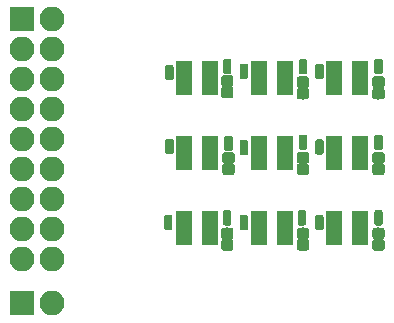
<source format=gbr>
G04 #@! TF.GenerationSoftware,KiCad,Pcbnew,5.0.0-fee4fd1~66~ubuntu16.04.1*
G04 #@! TF.CreationDate,2018-09-09T13:30:21+02:00*
G04 #@! TF.ProjectId,Tactile_Skin_Board,54616374696C655F536B696E5F426F61,rev?*
G04 #@! TF.SameCoordinates,Original*
G04 #@! TF.FileFunction,Soldermask,Top*
G04 #@! TF.FilePolarity,Negative*
%FSLAX46Y46*%
G04 Gerber Fmt 4.6, Leading zero omitted, Abs format (unit mm)*
G04 Created by KiCad (PCBNEW 5.0.0-fee4fd1~66~ubuntu16.04.1) date Sun Sep  9 13:30:21 2018*
%MOMM*%
%LPD*%
G01*
G04 APERTURE LIST*
%ADD10C,0.100000*%
%ADD11C,0.990000*%
%ADD12R,2.100000X2.100000*%
%ADD13O,2.100000X2.100000*%
%ADD14C,0.700000*%
%ADD15R,1.460000X1.050000*%
G04 APERTURE END LIST*
D10*
G04 #@! TO.C,C1*
G36*
X122696759Y-98721192D02*
X122720785Y-98724756D01*
X122744345Y-98730657D01*
X122767214Y-98738840D01*
X122789171Y-98749224D01*
X122810004Y-98761711D01*
X122829512Y-98776180D01*
X122847509Y-98792491D01*
X122863820Y-98810488D01*
X122878289Y-98829996D01*
X122890776Y-98850829D01*
X122901160Y-98872786D01*
X122909343Y-98895655D01*
X122915244Y-98919215D01*
X122918808Y-98943241D01*
X122920000Y-98967500D01*
X122920000Y-99462500D01*
X122918808Y-99486759D01*
X122915244Y-99510785D01*
X122909343Y-99534345D01*
X122901160Y-99557214D01*
X122890776Y-99579171D01*
X122878289Y-99600004D01*
X122863820Y-99619512D01*
X122847509Y-99637509D01*
X122829512Y-99653820D01*
X122810004Y-99668289D01*
X122789171Y-99680776D01*
X122767214Y-99691160D01*
X122744345Y-99699343D01*
X122720785Y-99705244D01*
X122696759Y-99708808D01*
X122672500Y-99710000D01*
X122127500Y-99710000D01*
X122103241Y-99708808D01*
X122079215Y-99705244D01*
X122055655Y-99699343D01*
X122032786Y-99691160D01*
X122010829Y-99680776D01*
X121989996Y-99668289D01*
X121970488Y-99653820D01*
X121952491Y-99637509D01*
X121936180Y-99619512D01*
X121921711Y-99600004D01*
X121909224Y-99579171D01*
X121898840Y-99557214D01*
X121890657Y-99534345D01*
X121884756Y-99510785D01*
X121881192Y-99486759D01*
X121880000Y-99462500D01*
X121880000Y-98967500D01*
X121881192Y-98943241D01*
X121884756Y-98919215D01*
X121890657Y-98895655D01*
X121898840Y-98872786D01*
X121909224Y-98850829D01*
X121921711Y-98829996D01*
X121936180Y-98810488D01*
X121952491Y-98792491D01*
X121970488Y-98776180D01*
X121989996Y-98761711D01*
X122010829Y-98749224D01*
X122032786Y-98738840D01*
X122055655Y-98730657D01*
X122079215Y-98724756D01*
X122103241Y-98721192D01*
X122127500Y-98720000D01*
X122672500Y-98720000D01*
X122696759Y-98721192D01*
X122696759Y-98721192D01*
G37*
D11*
X122400000Y-99215000D03*
D10*
G36*
X122696759Y-99691192D02*
X122720785Y-99694756D01*
X122744345Y-99700657D01*
X122767214Y-99708840D01*
X122789171Y-99719224D01*
X122810004Y-99731711D01*
X122829512Y-99746180D01*
X122847509Y-99762491D01*
X122863820Y-99780488D01*
X122878289Y-99799996D01*
X122890776Y-99820829D01*
X122901160Y-99842786D01*
X122909343Y-99865655D01*
X122915244Y-99889215D01*
X122918808Y-99913241D01*
X122920000Y-99937500D01*
X122920000Y-100432500D01*
X122918808Y-100456759D01*
X122915244Y-100480785D01*
X122909343Y-100504345D01*
X122901160Y-100527214D01*
X122890776Y-100549171D01*
X122878289Y-100570004D01*
X122863820Y-100589512D01*
X122847509Y-100607509D01*
X122829512Y-100623820D01*
X122810004Y-100638289D01*
X122789171Y-100650776D01*
X122767214Y-100661160D01*
X122744345Y-100669343D01*
X122720785Y-100675244D01*
X122696759Y-100678808D01*
X122672500Y-100680000D01*
X122127500Y-100680000D01*
X122103241Y-100678808D01*
X122079215Y-100675244D01*
X122055655Y-100669343D01*
X122032786Y-100661160D01*
X122010829Y-100650776D01*
X121989996Y-100638289D01*
X121970488Y-100623820D01*
X121952491Y-100607509D01*
X121936180Y-100589512D01*
X121921711Y-100570004D01*
X121909224Y-100549171D01*
X121898840Y-100527214D01*
X121890657Y-100504345D01*
X121884756Y-100480785D01*
X121881192Y-100456759D01*
X121880000Y-100432500D01*
X121880000Y-99937500D01*
X121881192Y-99913241D01*
X121884756Y-99889215D01*
X121890657Y-99865655D01*
X121898840Y-99842786D01*
X121909224Y-99820829D01*
X121921711Y-99799996D01*
X121936180Y-99780488D01*
X121952491Y-99762491D01*
X121970488Y-99746180D01*
X121989996Y-99731711D01*
X122010829Y-99719224D01*
X122032786Y-99708840D01*
X122055655Y-99700657D01*
X122079215Y-99694756D01*
X122103241Y-99691192D01*
X122127500Y-99690000D01*
X122672500Y-99690000D01*
X122696759Y-99691192D01*
X122696759Y-99691192D01*
G37*
D11*
X122400000Y-100185000D03*
G04 #@! TD*
D10*
G04 #@! TO.C,C2*
G36*
X122796759Y-106191192D02*
X122820785Y-106194756D01*
X122844345Y-106200657D01*
X122867214Y-106208840D01*
X122889171Y-106219224D01*
X122910004Y-106231711D01*
X122929512Y-106246180D01*
X122947509Y-106262491D01*
X122963820Y-106280488D01*
X122978289Y-106299996D01*
X122990776Y-106320829D01*
X123001160Y-106342786D01*
X123009343Y-106365655D01*
X123015244Y-106389215D01*
X123018808Y-106413241D01*
X123020000Y-106437500D01*
X123020000Y-106932500D01*
X123018808Y-106956759D01*
X123015244Y-106980785D01*
X123009343Y-107004345D01*
X123001160Y-107027214D01*
X122990776Y-107049171D01*
X122978289Y-107070004D01*
X122963820Y-107089512D01*
X122947509Y-107107509D01*
X122929512Y-107123820D01*
X122910004Y-107138289D01*
X122889171Y-107150776D01*
X122867214Y-107161160D01*
X122844345Y-107169343D01*
X122820785Y-107175244D01*
X122796759Y-107178808D01*
X122772500Y-107180000D01*
X122227500Y-107180000D01*
X122203241Y-107178808D01*
X122179215Y-107175244D01*
X122155655Y-107169343D01*
X122132786Y-107161160D01*
X122110829Y-107150776D01*
X122089996Y-107138289D01*
X122070488Y-107123820D01*
X122052491Y-107107509D01*
X122036180Y-107089512D01*
X122021711Y-107070004D01*
X122009224Y-107049171D01*
X121998840Y-107027214D01*
X121990657Y-107004345D01*
X121984756Y-106980785D01*
X121981192Y-106956759D01*
X121980000Y-106932500D01*
X121980000Y-106437500D01*
X121981192Y-106413241D01*
X121984756Y-106389215D01*
X121990657Y-106365655D01*
X121998840Y-106342786D01*
X122009224Y-106320829D01*
X122021711Y-106299996D01*
X122036180Y-106280488D01*
X122052491Y-106262491D01*
X122070488Y-106246180D01*
X122089996Y-106231711D01*
X122110829Y-106219224D01*
X122132786Y-106208840D01*
X122155655Y-106200657D01*
X122179215Y-106194756D01*
X122203241Y-106191192D01*
X122227500Y-106190000D01*
X122772500Y-106190000D01*
X122796759Y-106191192D01*
X122796759Y-106191192D01*
G37*
D11*
X122500000Y-106685000D03*
D10*
G36*
X122796759Y-105221192D02*
X122820785Y-105224756D01*
X122844345Y-105230657D01*
X122867214Y-105238840D01*
X122889171Y-105249224D01*
X122910004Y-105261711D01*
X122929512Y-105276180D01*
X122947509Y-105292491D01*
X122963820Y-105310488D01*
X122978289Y-105329996D01*
X122990776Y-105350829D01*
X123001160Y-105372786D01*
X123009343Y-105395655D01*
X123015244Y-105419215D01*
X123018808Y-105443241D01*
X123020000Y-105467500D01*
X123020000Y-105962500D01*
X123018808Y-105986759D01*
X123015244Y-106010785D01*
X123009343Y-106034345D01*
X123001160Y-106057214D01*
X122990776Y-106079171D01*
X122978289Y-106100004D01*
X122963820Y-106119512D01*
X122947509Y-106137509D01*
X122929512Y-106153820D01*
X122910004Y-106168289D01*
X122889171Y-106180776D01*
X122867214Y-106191160D01*
X122844345Y-106199343D01*
X122820785Y-106205244D01*
X122796759Y-106208808D01*
X122772500Y-106210000D01*
X122227500Y-106210000D01*
X122203241Y-106208808D01*
X122179215Y-106205244D01*
X122155655Y-106199343D01*
X122132786Y-106191160D01*
X122110829Y-106180776D01*
X122089996Y-106168289D01*
X122070488Y-106153820D01*
X122052491Y-106137509D01*
X122036180Y-106119512D01*
X122021711Y-106100004D01*
X122009224Y-106079171D01*
X121998840Y-106057214D01*
X121990657Y-106034345D01*
X121984756Y-106010785D01*
X121981192Y-105986759D01*
X121980000Y-105962500D01*
X121980000Y-105467500D01*
X121981192Y-105443241D01*
X121984756Y-105419215D01*
X121990657Y-105395655D01*
X121998840Y-105372786D01*
X122009224Y-105350829D01*
X122021711Y-105329996D01*
X122036180Y-105310488D01*
X122052491Y-105292491D01*
X122070488Y-105276180D01*
X122089996Y-105261711D01*
X122110829Y-105249224D01*
X122132786Y-105238840D01*
X122155655Y-105230657D01*
X122179215Y-105224756D01*
X122203241Y-105221192D01*
X122227500Y-105220000D01*
X122772500Y-105220000D01*
X122796759Y-105221192D01*
X122796759Y-105221192D01*
G37*
D11*
X122500000Y-105715000D03*
G04 #@! TD*
D10*
G04 #@! TO.C,C3*
G36*
X122696759Y-112591192D02*
X122720785Y-112594756D01*
X122744345Y-112600657D01*
X122767214Y-112608840D01*
X122789171Y-112619224D01*
X122810004Y-112631711D01*
X122829512Y-112646180D01*
X122847509Y-112662491D01*
X122863820Y-112680488D01*
X122878289Y-112699996D01*
X122890776Y-112720829D01*
X122901160Y-112742786D01*
X122909343Y-112765655D01*
X122915244Y-112789215D01*
X122918808Y-112813241D01*
X122920000Y-112837500D01*
X122920000Y-113332500D01*
X122918808Y-113356759D01*
X122915244Y-113380785D01*
X122909343Y-113404345D01*
X122901160Y-113427214D01*
X122890776Y-113449171D01*
X122878289Y-113470004D01*
X122863820Y-113489512D01*
X122847509Y-113507509D01*
X122829512Y-113523820D01*
X122810004Y-113538289D01*
X122789171Y-113550776D01*
X122767214Y-113561160D01*
X122744345Y-113569343D01*
X122720785Y-113575244D01*
X122696759Y-113578808D01*
X122672500Y-113580000D01*
X122127500Y-113580000D01*
X122103241Y-113578808D01*
X122079215Y-113575244D01*
X122055655Y-113569343D01*
X122032786Y-113561160D01*
X122010829Y-113550776D01*
X121989996Y-113538289D01*
X121970488Y-113523820D01*
X121952491Y-113507509D01*
X121936180Y-113489512D01*
X121921711Y-113470004D01*
X121909224Y-113449171D01*
X121898840Y-113427214D01*
X121890657Y-113404345D01*
X121884756Y-113380785D01*
X121881192Y-113356759D01*
X121880000Y-113332500D01*
X121880000Y-112837500D01*
X121881192Y-112813241D01*
X121884756Y-112789215D01*
X121890657Y-112765655D01*
X121898840Y-112742786D01*
X121909224Y-112720829D01*
X121921711Y-112699996D01*
X121936180Y-112680488D01*
X121952491Y-112662491D01*
X121970488Y-112646180D01*
X121989996Y-112631711D01*
X122010829Y-112619224D01*
X122032786Y-112608840D01*
X122055655Y-112600657D01*
X122079215Y-112594756D01*
X122103241Y-112591192D01*
X122127500Y-112590000D01*
X122672500Y-112590000D01*
X122696759Y-112591192D01*
X122696759Y-112591192D01*
G37*
D11*
X122400000Y-113085000D03*
D10*
G36*
X122696759Y-111621192D02*
X122720785Y-111624756D01*
X122744345Y-111630657D01*
X122767214Y-111638840D01*
X122789171Y-111649224D01*
X122810004Y-111661711D01*
X122829512Y-111676180D01*
X122847509Y-111692491D01*
X122863820Y-111710488D01*
X122878289Y-111729996D01*
X122890776Y-111750829D01*
X122901160Y-111772786D01*
X122909343Y-111795655D01*
X122915244Y-111819215D01*
X122918808Y-111843241D01*
X122920000Y-111867500D01*
X122920000Y-112362500D01*
X122918808Y-112386759D01*
X122915244Y-112410785D01*
X122909343Y-112434345D01*
X122901160Y-112457214D01*
X122890776Y-112479171D01*
X122878289Y-112500004D01*
X122863820Y-112519512D01*
X122847509Y-112537509D01*
X122829512Y-112553820D01*
X122810004Y-112568289D01*
X122789171Y-112580776D01*
X122767214Y-112591160D01*
X122744345Y-112599343D01*
X122720785Y-112605244D01*
X122696759Y-112608808D01*
X122672500Y-112610000D01*
X122127500Y-112610000D01*
X122103241Y-112608808D01*
X122079215Y-112605244D01*
X122055655Y-112599343D01*
X122032786Y-112591160D01*
X122010829Y-112580776D01*
X121989996Y-112568289D01*
X121970488Y-112553820D01*
X121952491Y-112537509D01*
X121936180Y-112519512D01*
X121921711Y-112500004D01*
X121909224Y-112479171D01*
X121898840Y-112457214D01*
X121890657Y-112434345D01*
X121884756Y-112410785D01*
X121881192Y-112386759D01*
X121880000Y-112362500D01*
X121880000Y-111867500D01*
X121881192Y-111843241D01*
X121884756Y-111819215D01*
X121890657Y-111795655D01*
X121898840Y-111772786D01*
X121909224Y-111750829D01*
X121921711Y-111729996D01*
X121936180Y-111710488D01*
X121952491Y-111692491D01*
X121970488Y-111676180D01*
X121989996Y-111661711D01*
X122010829Y-111649224D01*
X122032786Y-111638840D01*
X122055655Y-111630657D01*
X122079215Y-111624756D01*
X122103241Y-111621192D01*
X122127500Y-111620000D01*
X122672500Y-111620000D01*
X122696759Y-111621192D01*
X122696759Y-111621192D01*
G37*
D11*
X122400000Y-112115000D03*
G04 #@! TD*
D10*
G04 #@! TO.C,C4*
G36*
X129096759Y-99791192D02*
X129120785Y-99794756D01*
X129144345Y-99800657D01*
X129167214Y-99808840D01*
X129189171Y-99819224D01*
X129210004Y-99831711D01*
X129229512Y-99846180D01*
X129247509Y-99862491D01*
X129263820Y-99880488D01*
X129278289Y-99899996D01*
X129290776Y-99920829D01*
X129301160Y-99942786D01*
X129309343Y-99965655D01*
X129315244Y-99989215D01*
X129318808Y-100013241D01*
X129320000Y-100037500D01*
X129320000Y-100532500D01*
X129318808Y-100556759D01*
X129315244Y-100580785D01*
X129309343Y-100604345D01*
X129301160Y-100627214D01*
X129290776Y-100649171D01*
X129278289Y-100670004D01*
X129263820Y-100689512D01*
X129247509Y-100707509D01*
X129229512Y-100723820D01*
X129210004Y-100738289D01*
X129189171Y-100750776D01*
X129167214Y-100761160D01*
X129144345Y-100769343D01*
X129120785Y-100775244D01*
X129096759Y-100778808D01*
X129072500Y-100780000D01*
X128527500Y-100780000D01*
X128503241Y-100778808D01*
X128479215Y-100775244D01*
X128455655Y-100769343D01*
X128432786Y-100761160D01*
X128410829Y-100750776D01*
X128389996Y-100738289D01*
X128370488Y-100723820D01*
X128352491Y-100707509D01*
X128336180Y-100689512D01*
X128321711Y-100670004D01*
X128309224Y-100649171D01*
X128298840Y-100627214D01*
X128290657Y-100604345D01*
X128284756Y-100580785D01*
X128281192Y-100556759D01*
X128280000Y-100532500D01*
X128280000Y-100037500D01*
X128281192Y-100013241D01*
X128284756Y-99989215D01*
X128290657Y-99965655D01*
X128298840Y-99942786D01*
X128309224Y-99920829D01*
X128321711Y-99899996D01*
X128336180Y-99880488D01*
X128352491Y-99862491D01*
X128370488Y-99846180D01*
X128389996Y-99831711D01*
X128410829Y-99819224D01*
X128432786Y-99808840D01*
X128455655Y-99800657D01*
X128479215Y-99794756D01*
X128503241Y-99791192D01*
X128527500Y-99790000D01*
X129072500Y-99790000D01*
X129096759Y-99791192D01*
X129096759Y-99791192D01*
G37*
D11*
X128800000Y-100285000D03*
D10*
G36*
X129096759Y-98821192D02*
X129120785Y-98824756D01*
X129144345Y-98830657D01*
X129167214Y-98838840D01*
X129189171Y-98849224D01*
X129210004Y-98861711D01*
X129229512Y-98876180D01*
X129247509Y-98892491D01*
X129263820Y-98910488D01*
X129278289Y-98929996D01*
X129290776Y-98950829D01*
X129301160Y-98972786D01*
X129309343Y-98995655D01*
X129315244Y-99019215D01*
X129318808Y-99043241D01*
X129320000Y-99067500D01*
X129320000Y-99562500D01*
X129318808Y-99586759D01*
X129315244Y-99610785D01*
X129309343Y-99634345D01*
X129301160Y-99657214D01*
X129290776Y-99679171D01*
X129278289Y-99700004D01*
X129263820Y-99719512D01*
X129247509Y-99737509D01*
X129229512Y-99753820D01*
X129210004Y-99768289D01*
X129189171Y-99780776D01*
X129167214Y-99791160D01*
X129144345Y-99799343D01*
X129120785Y-99805244D01*
X129096759Y-99808808D01*
X129072500Y-99810000D01*
X128527500Y-99810000D01*
X128503241Y-99808808D01*
X128479215Y-99805244D01*
X128455655Y-99799343D01*
X128432786Y-99791160D01*
X128410829Y-99780776D01*
X128389996Y-99768289D01*
X128370488Y-99753820D01*
X128352491Y-99737509D01*
X128336180Y-99719512D01*
X128321711Y-99700004D01*
X128309224Y-99679171D01*
X128298840Y-99657214D01*
X128290657Y-99634345D01*
X128284756Y-99610785D01*
X128281192Y-99586759D01*
X128280000Y-99562500D01*
X128280000Y-99067500D01*
X128281192Y-99043241D01*
X128284756Y-99019215D01*
X128290657Y-98995655D01*
X128298840Y-98972786D01*
X128309224Y-98950829D01*
X128321711Y-98929996D01*
X128336180Y-98910488D01*
X128352491Y-98892491D01*
X128370488Y-98876180D01*
X128389996Y-98861711D01*
X128410829Y-98849224D01*
X128432786Y-98838840D01*
X128455655Y-98830657D01*
X128479215Y-98824756D01*
X128503241Y-98821192D01*
X128527500Y-98820000D01*
X129072500Y-98820000D01*
X129096759Y-98821192D01*
X129096759Y-98821192D01*
G37*
D11*
X128800000Y-99315000D03*
G04 #@! TD*
D10*
G04 #@! TO.C,C5*
G36*
X129096759Y-105221192D02*
X129120785Y-105224756D01*
X129144345Y-105230657D01*
X129167214Y-105238840D01*
X129189171Y-105249224D01*
X129210004Y-105261711D01*
X129229512Y-105276180D01*
X129247509Y-105292491D01*
X129263820Y-105310488D01*
X129278289Y-105329996D01*
X129290776Y-105350829D01*
X129301160Y-105372786D01*
X129309343Y-105395655D01*
X129315244Y-105419215D01*
X129318808Y-105443241D01*
X129320000Y-105467500D01*
X129320000Y-105962500D01*
X129318808Y-105986759D01*
X129315244Y-106010785D01*
X129309343Y-106034345D01*
X129301160Y-106057214D01*
X129290776Y-106079171D01*
X129278289Y-106100004D01*
X129263820Y-106119512D01*
X129247509Y-106137509D01*
X129229512Y-106153820D01*
X129210004Y-106168289D01*
X129189171Y-106180776D01*
X129167214Y-106191160D01*
X129144345Y-106199343D01*
X129120785Y-106205244D01*
X129096759Y-106208808D01*
X129072500Y-106210000D01*
X128527500Y-106210000D01*
X128503241Y-106208808D01*
X128479215Y-106205244D01*
X128455655Y-106199343D01*
X128432786Y-106191160D01*
X128410829Y-106180776D01*
X128389996Y-106168289D01*
X128370488Y-106153820D01*
X128352491Y-106137509D01*
X128336180Y-106119512D01*
X128321711Y-106100004D01*
X128309224Y-106079171D01*
X128298840Y-106057214D01*
X128290657Y-106034345D01*
X128284756Y-106010785D01*
X128281192Y-105986759D01*
X128280000Y-105962500D01*
X128280000Y-105467500D01*
X128281192Y-105443241D01*
X128284756Y-105419215D01*
X128290657Y-105395655D01*
X128298840Y-105372786D01*
X128309224Y-105350829D01*
X128321711Y-105329996D01*
X128336180Y-105310488D01*
X128352491Y-105292491D01*
X128370488Y-105276180D01*
X128389996Y-105261711D01*
X128410829Y-105249224D01*
X128432786Y-105238840D01*
X128455655Y-105230657D01*
X128479215Y-105224756D01*
X128503241Y-105221192D01*
X128527500Y-105220000D01*
X129072500Y-105220000D01*
X129096759Y-105221192D01*
X129096759Y-105221192D01*
G37*
D11*
X128800000Y-105715000D03*
D10*
G36*
X129096759Y-106191192D02*
X129120785Y-106194756D01*
X129144345Y-106200657D01*
X129167214Y-106208840D01*
X129189171Y-106219224D01*
X129210004Y-106231711D01*
X129229512Y-106246180D01*
X129247509Y-106262491D01*
X129263820Y-106280488D01*
X129278289Y-106299996D01*
X129290776Y-106320829D01*
X129301160Y-106342786D01*
X129309343Y-106365655D01*
X129315244Y-106389215D01*
X129318808Y-106413241D01*
X129320000Y-106437500D01*
X129320000Y-106932500D01*
X129318808Y-106956759D01*
X129315244Y-106980785D01*
X129309343Y-107004345D01*
X129301160Y-107027214D01*
X129290776Y-107049171D01*
X129278289Y-107070004D01*
X129263820Y-107089512D01*
X129247509Y-107107509D01*
X129229512Y-107123820D01*
X129210004Y-107138289D01*
X129189171Y-107150776D01*
X129167214Y-107161160D01*
X129144345Y-107169343D01*
X129120785Y-107175244D01*
X129096759Y-107178808D01*
X129072500Y-107180000D01*
X128527500Y-107180000D01*
X128503241Y-107178808D01*
X128479215Y-107175244D01*
X128455655Y-107169343D01*
X128432786Y-107161160D01*
X128410829Y-107150776D01*
X128389996Y-107138289D01*
X128370488Y-107123820D01*
X128352491Y-107107509D01*
X128336180Y-107089512D01*
X128321711Y-107070004D01*
X128309224Y-107049171D01*
X128298840Y-107027214D01*
X128290657Y-107004345D01*
X128284756Y-106980785D01*
X128281192Y-106956759D01*
X128280000Y-106932500D01*
X128280000Y-106437500D01*
X128281192Y-106413241D01*
X128284756Y-106389215D01*
X128290657Y-106365655D01*
X128298840Y-106342786D01*
X128309224Y-106320829D01*
X128321711Y-106299996D01*
X128336180Y-106280488D01*
X128352491Y-106262491D01*
X128370488Y-106246180D01*
X128389996Y-106231711D01*
X128410829Y-106219224D01*
X128432786Y-106208840D01*
X128455655Y-106200657D01*
X128479215Y-106194756D01*
X128503241Y-106191192D01*
X128527500Y-106190000D01*
X129072500Y-106190000D01*
X129096759Y-106191192D01*
X129096759Y-106191192D01*
G37*
D11*
X128800000Y-106685000D03*
G04 #@! TD*
D10*
G04 #@! TO.C,C6*
G36*
X129096759Y-111621192D02*
X129120785Y-111624756D01*
X129144345Y-111630657D01*
X129167214Y-111638840D01*
X129189171Y-111649224D01*
X129210004Y-111661711D01*
X129229512Y-111676180D01*
X129247509Y-111692491D01*
X129263820Y-111710488D01*
X129278289Y-111729996D01*
X129290776Y-111750829D01*
X129301160Y-111772786D01*
X129309343Y-111795655D01*
X129315244Y-111819215D01*
X129318808Y-111843241D01*
X129320000Y-111867500D01*
X129320000Y-112362500D01*
X129318808Y-112386759D01*
X129315244Y-112410785D01*
X129309343Y-112434345D01*
X129301160Y-112457214D01*
X129290776Y-112479171D01*
X129278289Y-112500004D01*
X129263820Y-112519512D01*
X129247509Y-112537509D01*
X129229512Y-112553820D01*
X129210004Y-112568289D01*
X129189171Y-112580776D01*
X129167214Y-112591160D01*
X129144345Y-112599343D01*
X129120785Y-112605244D01*
X129096759Y-112608808D01*
X129072500Y-112610000D01*
X128527500Y-112610000D01*
X128503241Y-112608808D01*
X128479215Y-112605244D01*
X128455655Y-112599343D01*
X128432786Y-112591160D01*
X128410829Y-112580776D01*
X128389996Y-112568289D01*
X128370488Y-112553820D01*
X128352491Y-112537509D01*
X128336180Y-112519512D01*
X128321711Y-112500004D01*
X128309224Y-112479171D01*
X128298840Y-112457214D01*
X128290657Y-112434345D01*
X128284756Y-112410785D01*
X128281192Y-112386759D01*
X128280000Y-112362500D01*
X128280000Y-111867500D01*
X128281192Y-111843241D01*
X128284756Y-111819215D01*
X128290657Y-111795655D01*
X128298840Y-111772786D01*
X128309224Y-111750829D01*
X128321711Y-111729996D01*
X128336180Y-111710488D01*
X128352491Y-111692491D01*
X128370488Y-111676180D01*
X128389996Y-111661711D01*
X128410829Y-111649224D01*
X128432786Y-111638840D01*
X128455655Y-111630657D01*
X128479215Y-111624756D01*
X128503241Y-111621192D01*
X128527500Y-111620000D01*
X129072500Y-111620000D01*
X129096759Y-111621192D01*
X129096759Y-111621192D01*
G37*
D11*
X128800000Y-112115000D03*
D10*
G36*
X129096759Y-112591192D02*
X129120785Y-112594756D01*
X129144345Y-112600657D01*
X129167214Y-112608840D01*
X129189171Y-112619224D01*
X129210004Y-112631711D01*
X129229512Y-112646180D01*
X129247509Y-112662491D01*
X129263820Y-112680488D01*
X129278289Y-112699996D01*
X129290776Y-112720829D01*
X129301160Y-112742786D01*
X129309343Y-112765655D01*
X129315244Y-112789215D01*
X129318808Y-112813241D01*
X129320000Y-112837500D01*
X129320000Y-113332500D01*
X129318808Y-113356759D01*
X129315244Y-113380785D01*
X129309343Y-113404345D01*
X129301160Y-113427214D01*
X129290776Y-113449171D01*
X129278289Y-113470004D01*
X129263820Y-113489512D01*
X129247509Y-113507509D01*
X129229512Y-113523820D01*
X129210004Y-113538289D01*
X129189171Y-113550776D01*
X129167214Y-113561160D01*
X129144345Y-113569343D01*
X129120785Y-113575244D01*
X129096759Y-113578808D01*
X129072500Y-113580000D01*
X128527500Y-113580000D01*
X128503241Y-113578808D01*
X128479215Y-113575244D01*
X128455655Y-113569343D01*
X128432786Y-113561160D01*
X128410829Y-113550776D01*
X128389996Y-113538289D01*
X128370488Y-113523820D01*
X128352491Y-113507509D01*
X128336180Y-113489512D01*
X128321711Y-113470004D01*
X128309224Y-113449171D01*
X128298840Y-113427214D01*
X128290657Y-113404345D01*
X128284756Y-113380785D01*
X128281192Y-113356759D01*
X128280000Y-113332500D01*
X128280000Y-112837500D01*
X128281192Y-112813241D01*
X128284756Y-112789215D01*
X128290657Y-112765655D01*
X128298840Y-112742786D01*
X128309224Y-112720829D01*
X128321711Y-112699996D01*
X128336180Y-112680488D01*
X128352491Y-112662491D01*
X128370488Y-112646180D01*
X128389996Y-112631711D01*
X128410829Y-112619224D01*
X128432786Y-112608840D01*
X128455655Y-112600657D01*
X128479215Y-112594756D01*
X128503241Y-112591192D01*
X128527500Y-112590000D01*
X129072500Y-112590000D01*
X129096759Y-112591192D01*
X129096759Y-112591192D01*
G37*
D11*
X128800000Y-113085000D03*
G04 #@! TD*
D10*
G04 #@! TO.C,C7*
G36*
X135496759Y-98821192D02*
X135520785Y-98824756D01*
X135544345Y-98830657D01*
X135567214Y-98838840D01*
X135589171Y-98849224D01*
X135610004Y-98861711D01*
X135629512Y-98876180D01*
X135647509Y-98892491D01*
X135663820Y-98910488D01*
X135678289Y-98929996D01*
X135690776Y-98950829D01*
X135701160Y-98972786D01*
X135709343Y-98995655D01*
X135715244Y-99019215D01*
X135718808Y-99043241D01*
X135720000Y-99067500D01*
X135720000Y-99562500D01*
X135718808Y-99586759D01*
X135715244Y-99610785D01*
X135709343Y-99634345D01*
X135701160Y-99657214D01*
X135690776Y-99679171D01*
X135678289Y-99700004D01*
X135663820Y-99719512D01*
X135647509Y-99737509D01*
X135629512Y-99753820D01*
X135610004Y-99768289D01*
X135589171Y-99780776D01*
X135567214Y-99791160D01*
X135544345Y-99799343D01*
X135520785Y-99805244D01*
X135496759Y-99808808D01*
X135472500Y-99810000D01*
X134927500Y-99810000D01*
X134903241Y-99808808D01*
X134879215Y-99805244D01*
X134855655Y-99799343D01*
X134832786Y-99791160D01*
X134810829Y-99780776D01*
X134789996Y-99768289D01*
X134770488Y-99753820D01*
X134752491Y-99737509D01*
X134736180Y-99719512D01*
X134721711Y-99700004D01*
X134709224Y-99679171D01*
X134698840Y-99657214D01*
X134690657Y-99634345D01*
X134684756Y-99610785D01*
X134681192Y-99586759D01*
X134680000Y-99562500D01*
X134680000Y-99067500D01*
X134681192Y-99043241D01*
X134684756Y-99019215D01*
X134690657Y-98995655D01*
X134698840Y-98972786D01*
X134709224Y-98950829D01*
X134721711Y-98929996D01*
X134736180Y-98910488D01*
X134752491Y-98892491D01*
X134770488Y-98876180D01*
X134789996Y-98861711D01*
X134810829Y-98849224D01*
X134832786Y-98838840D01*
X134855655Y-98830657D01*
X134879215Y-98824756D01*
X134903241Y-98821192D01*
X134927500Y-98820000D01*
X135472500Y-98820000D01*
X135496759Y-98821192D01*
X135496759Y-98821192D01*
G37*
D11*
X135200000Y-99315000D03*
D10*
G36*
X135496759Y-99791192D02*
X135520785Y-99794756D01*
X135544345Y-99800657D01*
X135567214Y-99808840D01*
X135589171Y-99819224D01*
X135610004Y-99831711D01*
X135629512Y-99846180D01*
X135647509Y-99862491D01*
X135663820Y-99880488D01*
X135678289Y-99899996D01*
X135690776Y-99920829D01*
X135701160Y-99942786D01*
X135709343Y-99965655D01*
X135715244Y-99989215D01*
X135718808Y-100013241D01*
X135720000Y-100037500D01*
X135720000Y-100532500D01*
X135718808Y-100556759D01*
X135715244Y-100580785D01*
X135709343Y-100604345D01*
X135701160Y-100627214D01*
X135690776Y-100649171D01*
X135678289Y-100670004D01*
X135663820Y-100689512D01*
X135647509Y-100707509D01*
X135629512Y-100723820D01*
X135610004Y-100738289D01*
X135589171Y-100750776D01*
X135567214Y-100761160D01*
X135544345Y-100769343D01*
X135520785Y-100775244D01*
X135496759Y-100778808D01*
X135472500Y-100780000D01*
X134927500Y-100780000D01*
X134903241Y-100778808D01*
X134879215Y-100775244D01*
X134855655Y-100769343D01*
X134832786Y-100761160D01*
X134810829Y-100750776D01*
X134789996Y-100738289D01*
X134770488Y-100723820D01*
X134752491Y-100707509D01*
X134736180Y-100689512D01*
X134721711Y-100670004D01*
X134709224Y-100649171D01*
X134698840Y-100627214D01*
X134690657Y-100604345D01*
X134684756Y-100580785D01*
X134681192Y-100556759D01*
X134680000Y-100532500D01*
X134680000Y-100037500D01*
X134681192Y-100013241D01*
X134684756Y-99989215D01*
X134690657Y-99965655D01*
X134698840Y-99942786D01*
X134709224Y-99920829D01*
X134721711Y-99899996D01*
X134736180Y-99880488D01*
X134752491Y-99862491D01*
X134770488Y-99846180D01*
X134789996Y-99831711D01*
X134810829Y-99819224D01*
X134832786Y-99808840D01*
X134855655Y-99800657D01*
X134879215Y-99794756D01*
X134903241Y-99791192D01*
X134927500Y-99790000D01*
X135472500Y-99790000D01*
X135496759Y-99791192D01*
X135496759Y-99791192D01*
G37*
D11*
X135200000Y-100285000D03*
G04 #@! TD*
D10*
G04 #@! TO.C,C8*
G36*
X135496759Y-106191192D02*
X135520785Y-106194756D01*
X135544345Y-106200657D01*
X135567214Y-106208840D01*
X135589171Y-106219224D01*
X135610004Y-106231711D01*
X135629512Y-106246180D01*
X135647509Y-106262491D01*
X135663820Y-106280488D01*
X135678289Y-106299996D01*
X135690776Y-106320829D01*
X135701160Y-106342786D01*
X135709343Y-106365655D01*
X135715244Y-106389215D01*
X135718808Y-106413241D01*
X135720000Y-106437500D01*
X135720000Y-106932500D01*
X135718808Y-106956759D01*
X135715244Y-106980785D01*
X135709343Y-107004345D01*
X135701160Y-107027214D01*
X135690776Y-107049171D01*
X135678289Y-107070004D01*
X135663820Y-107089512D01*
X135647509Y-107107509D01*
X135629512Y-107123820D01*
X135610004Y-107138289D01*
X135589171Y-107150776D01*
X135567214Y-107161160D01*
X135544345Y-107169343D01*
X135520785Y-107175244D01*
X135496759Y-107178808D01*
X135472500Y-107180000D01*
X134927500Y-107180000D01*
X134903241Y-107178808D01*
X134879215Y-107175244D01*
X134855655Y-107169343D01*
X134832786Y-107161160D01*
X134810829Y-107150776D01*
X134789996Y-107138289D01*
X134770488Y-107123820D01*
X134752491Y-107107509D01*
X134736180Y-107089512D01*
X134721711Y-107070004D01*
X134709224Y-107049171D01*
X134698840Y-107027214D01*
X134690657Y-107004345D01*
X134684756Y-106980785D01*
X134681192Y-106956759D01*
X134680000Y-106932500D01*
X134680000Y-106437500D01*
X134681192Y-106413241D01*
X134684756Y-106389215D01*
X134690657Y-106365655D01*
X134698840Y-106342786D01*
X134709224Y-106320829D01*
X134721711Y-106299996D01*
X134736180Y-106280488D01*
X134752491Y-106262491D01*
X134770488Y-106246180D01*
X134789996Y-106231711D01*
X134810829Y-106219224D01*
X134832786Y-106208840D01*
X134855655Y-106200657D01*
X134879215Y-106194756D01*
X134903241Y-106191192D01*
X134927500Y-106190000D01*
X135472500Y-106190000D01*
X135496759Y-106191192D01*
X135496759Y-106191192D01*
G37*
D11*
X135200000Y-106685000D03*
D10*
G36*
X135496759Y-105221192D02*
X135520785Y-105224756D01*
X135544345Y-105230657D01*
X135567214Y-105238840D01*
X135589171Y-105249224D01*
X135610004Y-105261711D01*
X135629512Y-105276180D01*
X135647509Y-105292491D01*
X135663820Y-105310488D01*
X135678289Y-105329996D01*
X135690776Y-105350829D01*
X135701160Y-105372786D01*
X135709343Y-105395655D01*
X135715244Y-105419215D01*
X135718808Y-105443241D01*
X135720000Y-105467500D01*
X135720000Y-105962500D01*
X135718808Y-105986759D01*
X135715244Y-106010785D01*
X135709343Y-106034345D01*
X135701160Y-106057214D01*
X135690776Y-106079171D01*
X135678289Y-106100004D01*
X135663820Y-106119512D01*
X135647509Y-106137509D01*
X135629512Y-106153820D01*
X135610004Y-106168289D01*
X135589171Y-106180776D01*
X135567214Y-106191160D01*
X135544345Y-106199343D01*
X135520785Y-106205244D01*
X135496759Y-106208808D01*
X135472500Y-106210000D01*
X134927500Y-106210000D01*
X134903241Y-106208808D01*
X134879215Y-106205244D01*
X134855655Y-106199343D01*
X134832786Y-106191160D01*
X134810829Y-106180776D01*
X134789996Y-106168289D01*
X134770488Y-106153820D01*
X134752491Y-106137509D01*
X134736180Y-106119512D01*
X134721711Y-106100004D01*
X134709224Y-106079171D01*
X134698840Y-106057214D01*
X134690657Y-106034345D01*
X134684756Y-106010785D01*
X134681192Y-105986759D01*
X134680000Y-105962500D01*
X134680000Y-105467500D01*
X134681192Y-105443241D01*
X134684756Y-105419215D01*
X134690657Y-105395655D01*
X134698840Y-105372786D01*
X134709224Y-105350829D01*
X134721711Y-105329996D01*
X134736180Y-105310488D01*
X134752491Y-105292491D01*
X134770488Y-105276180D01*
X134789996Y-105261711D01*
X134810829Y-105249224D01*
X134832786Y-105238840D01*
X134855655Y-105230657D01*
X134879215Y-105224756D01*
X134903241Y-105221192D01*
X134927500Y-105220000D01*
X135472500Y-105220000D01*
X135496759Y-105221192D01*
X135496759Y-105221192D01*
G37*
D11*
X135200000Y-105715000D03*
G04 #@! TD*
D10*
G04 #@! TO.C,C9*
G36*
X135496759Y-111621192D02*
X135520785Y-111624756D01*
X135544345Y-111630657D01*
X135567214Y-111638840D01*
X135589171Y-111649224D01*
X135610004Y-111661711D01*
X135629512Y-111676180D01*
X135647509Y-111692491D01*
X135663820Y-111710488D01*
X135678289Y-111729996D01*
X135690776Y-111750829D01*
X135701160Y-111772786D01*
X135709343Y-111795655D01*
X135715244Y-111819215D01*
X135718808Y-111843241D01*
X135720000Y-111867500D01*
X135720000Y-112362500D01*
X135718808Y-112386759D01*
X135715244Y-112410785D01*
X135709343Y-112434345D01*
X135701160Y-112457214D01*
X135690776Y-112479171D01*
X135678289Y-112500004D01*
X135663820Y-112519512D01*
X135647509Y-112537509D01*
X135629512Y-112553820D01*
X135610004Y-112568289D01*
X135589171Y-112580776D01*
X135567214Y-112591160D01*
X135544345Y-112599343D01*
X135520785Y-112605244D01*
X135496759Y-112608808D01*
X135472500Y-112610000D01*
X134927500Y-112610000D01*
X134903241Y-112608808D01*
X134879215Y-112605244D01*
X134855655Y-112599343D01*
X134832786Y-112591160D01*
X134810829Y-112580776D01*
X134789996Y-112568289D01*
X134770488Y-112553820D01*
X134752491Y-112537509D01*
X134736180Y-112519512D01*
X134721711Y-112500004D01*
X134709224Y-112479171D01*
X134698840Y-112457214D01*
X134690657Y-112434345D01*
X134684756Y-112410785D01*
X134681192Y-112386759D01*
X134680000Y-112362500D01*
X134680000Y-111867500D01*
X134681192Y-111843241D01*
X134684756Y-111819215D01*
X134690657Y-111795655D01*
X134698840Y-111772786D01*
X134709224Y-111750829D01*
X134721711Y-111729996D01*
X134736180Y-111710488D01*
X134752491Y-111692491D01*
X134770488Y-111676180D01*
X134789996Y-111661711D01*
X134810829Y-111649224D01*
X134832786Y-111638840D01*
X134855655Y-111630657D01*
X134879215Y-111624756D01*
X134903241Y-111621192D01*
X134927500Y-111620000D01*
X135472500Y-111620000D01*
X135496759Y-111621192D01*
X135496759Y-111621192D01*
G37*
D11*
X135200000Y-112115000D03*
D10*
G36*
X135496759Y-112591192D02*
X135520785Y-112594756D01*
X135544345Y-112600657D01*
X135567214Y-112608840D01*
X135589171Y-112619224D01*
X135610004Y-112631711D01*
X135629512Y-112646180D01*
X135647509Y-112662491D01*
X135663820Y-112680488D01*
X135678289Y-112699996D01*
X135690776Y-112720829D01*
X135701160Y-112742786D01*
X135709343Y-112765655D01*
X135715244Y-112789215D01*
X135718808Y-112813241D01*
X135720000Y-112837500D01*
X135720000Y-113332500D01*
X135718808Y-113356759D01*
X135715244Y-113380785D01*
X135709343Y-113404345D01*
X135701160Y-113427214D01*
X135690776Y-113449171D01*
X135678289Y-113470004D01*
X135663820Y-113489512D01*
X135647509Y-113507509D01*
X135629512Y-113523820D01*
X135610004Y-113538289D01*
X135589171Y-113550776D01*
X135567214Y-113561160D01*
X135544345Y-113569343D01*
X135520785Y-113575244D01*
X135496759Y-113578808D01*
X135472500Y-113580000D01*
X134927500Y-113580000D01*
X134903241Y-113578808D01*
X134879215Y-113575244D01*
X134855655Y-113569343D01*
X134832786Y-113561160D01*
X134810829Y-113550776D01*
X134789996Y-113538289D01*
X134770488Y-113523820D01*
X134752491Y-113507509D01*
X134736180Y-113489512D01*
X134721711Y-113470004D01*
X134709224Y-113449171D01*
X134698840Y-113427214D01*
X134690657Y-113404345D01*
X134684756Y-113380785D01*
X134681192Y-113356759D01*
X134680000Y-113332500D01*
X134680000Y-112837500D01*
X134681192Y-112813241D01*
X134684756Y-112789215D01*
X134690657Y-112765655D01*
X134698840Y-112742786D01*
X134709224Y-112720829D01*
X134721711Y-112699996D01*
X134736180Y-112680488D01*
X134752491Y-112662491D01*
X134770488Y-112646180D01*
X134789996Y-112631711D01*
X134810829Y-112619224D01*
X134832786Y-112608840D01*
X134855655Y-112600657D01*
X134879215Y-112594756D01*
X134903241Y-112591192D01*
X134927500Y-112590000D01*
X135472500Y-112590000D01*
X135496759Y-112591192D01*
X135496759Y-112591192D01*
G37*
D11*
X135200000Y-113085000D03*
G04 #@! TD*
D12*
G04 #@! TO.C,J2*
X105000000Y-118000000D03*
D13*
X107540000Y-118000000D03*
G04 #@! TD*
D10*
G04 #@! TO.C,R1*
G36*
X117692153Y-98350843D02*
X117709141Y-98353363D01*
X117725800Y-98357535D01*
X117741970Y-98363321D01*
X117757494Y-98370664D01*
X117772225Y-98379493D01*
X117786019Y-98389723D01*
X117798744Y-98401256D01*
X117810277Y-98413981D01*
X117820507Y-98427775D01*
X117829336Y-98442506D01*
X117836679Y-98458030D01*
X117842465Y-98474200D01*
X117846637Y-98490859D01*
X117849157Y-98507847D01*
X117850000Y-98525000D01*
X117850000Y-98975000D01*
X117849157Y-98992153D01*
X117846637Y-99009141D01*
X117842465Y-99025800D01*
X117836679Y-99041970D01*
X117829336Y-99057494D01*
X117820507Y-99072225D01*
X117810277Y-99086019D01*
X117798744Y-99098744D01*
X117786019Y-99110277D01*
X117772225Y-99120507D01*
X117757494Y-99129336D01*
X117741970Y-99136679D01*
X117725800Y-99142465D01*
X117709141Y-99146637D01*
X117692153Y-99149157D01*
X117675000Y-99150000D01*
X117325000Y-99150000D01*
X117307847Y-99149157D01*
X117290859Y-99146637D01*
X117274200Y-99142465D01*
X117258030Y-99136679D01*
X117242506Y-99129336D01*
X117227775Y-99120507D01*
X117213981Y-99110277D01*
X117201256Y-99098744D01*
X117189723Y-99086019D01*
X117179493Y-99072225D01*
X117170664Y-99057494D01*
X117163321Y-99041970D01*
X117157535Y-99025800D01*
X117153363Y-99009141D01*
X117150843Y-98992153D01*
X117150000Y-98975000D01*
X117150000Y-98525000D01*
X117150843Y-98507847D01*
X117153363Y-98490859D01*
X117157535Y-98474200D01*
X117163321Y-98458030D01*
X117170664Y-98442506D01*
X117179493Y-98427775D01*
X117189723Y-98413981D01*
X117201256Y-98401256D01*
X117213981Y-98389723D01*
X117227775Y-98379493D01*
X117242506Y-98370664D01*
X117258030Y-98363321D01*
X117274200Y-98357535D01*
X117290859Y-98353363D01*
X117307847Y-98350843D01*
X117325000Y-98350000D01*
X117675000Y-98350000D01*
X117692153Y-98350843D01*
X117692153Y-98350843D01*
G37*
D14*
X117500000Y-98750000D03*
D10*
G36*
X117692153Y-97850843D02*
X117709141Y-97853363D01*
X117725800Y-97857535D01*
X117741970Y-97863321D01*
X117757494Y-97870664D01*
X117772225Y-97879493D01*
X117786019Y-97889723D01*
X117798744Y-97901256D01*
X117810277Y-97913981D01*
X117820507Y-97927775D01*
X117829336Y-97942506D01*
X117836679Y-97958030D01*
X117842465Y-97974200D01*
X117846637Y-97990859D01*
X117849157Y-98007847D01*
X117850000Y-98025000D01*
X117850000Y-98475000D01*
X117849157Y-98492153D01*
X117846637Y-98509141D01*
X117842465Y-98525800D01*
X117836679Y-98541970D01*
X117829336Y-98557494D01*
X117820507Y-98572225D01*
X117810277Y-98586019D01*
X117798744Y-98598744D01*
X117786019Y-98610277D01*
X117772225Y-98620507D01*
X117757494Y-98629336D01*
X117741970Y-98636679D01*
X117725800Y-98642465D01*
X117709141Y-98646637D01*
X117692153Y-98649157D01*
X117675000Y-98650000D01*
X117325000Y-98650000D01*
X117307847Y-98649157D01*
X117290859Y-98646637D01*
X117274200Y-98642465D01*
X117258030Y-98636679D01*
X117242506Y-98629336D01*
X117227775Y-98620507D01*
X117213981Y-98610277D01*
X117201256Y-98598744D01*
X117189723Y-98586019D01*
X117179493Y-98572225D01*
X117170664Y-98557494D01*
X117163321Y-98541970D01*
X117157535Y-98525800D01*
X117153363Y-98509141D01*
X117150843Y-98492153D01*
X117150000Y-98475000D01*
X117150000Y-98025000D01*
X117150843Y-98007847D01*
X117153363Y-97990859D01*
X117157535Y-97974200D01*
X117163321Y-97958030D01*
X117170664Y-97942506D01*
X117179493Y-97927775D01*
X117189723Y-97913981D01*
X117201256Y-97901256D01*
X117213981Y-97889723D01*
X117227775Y-97879493D01*
X117242506Y-97870664D01*
X117258030Y-97863321D01*
X117274200Y-97857535D01*
X117290859Y-97853363D01*
X117307847Y-97850843D01*
X117325000Y-97850000D01*
X117675000Y-97850000D01*
X117692153Y-97850843D01*
X117692153Y-97850843D01*
G37*
D14*
X117500000Y-98250000D03*
G04 #@! TD*
D10*
G04 #@! TO.C,R2*
G36*
X117692153Y-104600843D02*
X117709141Y-104603363D01*
X117725800Y-104607535D01*
X117741970Y-104613321D01*
X117757494Y-104620664D01*
X117772225Y-104629493D01*
X117786019Y-104639723D01*
X117798744Y-104651256D01*
X117810277Y-104663981D01*
X117820507Y-104677775D01*
X117829336Y-104692506D01*
X117836679Y-104708030D01*
X117842465Y-104724200D01*
X117846637Y-104740859D01*
X117849157Y-104757847D01*
X117850000Y-104775000D01*
X117850000Y-105225000D01*
X117849157Y-105242153D01*
X117846637Y-105259141D01*
X117842465Y-105275800D01*
X117836679Y-105291970D01*
X117829336Y-105307494D01*
X117820507Y-105322225D01*
X117810277Y-105336019D01*
X117798744Y-105348744D01*
X117786019Y-105360277D01*
X117772225Y-105370507D01*
X117757494Y-105379336D01*
X117741970Y-105386679D01*
X117725800Y-105392465D01*
X117709141Y-105396637D01*
X117692153Y-105399157D01*
X117675000Y-105400000D01*
X117325000Y-105400000D01*
X117307847Y-105399157D01*
X117290859Y-105396637D01*
X117274200Y-105392465D01*
X117258030Y-105386679D01*
X117242506Y-105379336D01*
X117227775Y-105370507D01*
X117213981Y-105360277D01*
X117201256Y-105348744D01*
X117189723Y-105336019D01*
X117179493Y-105322225D01*
X117170664Y-105307494D01*
X117163321Y-105291970D01*
X117157535Y-105275800D01*
X117153363Y-105259141D01*
X117150843Y-105242153D01*
X117150000Y-105225000D01*
X117150000Y-104775000D01*
X117150843Y-104757847D01*
X117153363Y-104740859D01*
X117157535Y-104724200D01*
X117163321Y-104708030D01*
X117170664Y-104692506D01*
X117179493Y-104677775D01*
X117189723Y-104663981D01*
X117201256Y-104651256D01*
X117213981Y-104639723D01*
X117227775Y-104629493D01*
X117242506Y-104620664D01*
X117258030Y-104613321D01*
X117274200Y-104607535D01*
X117290859Y-104603363D01*
X117307847Y-104600843D01*
X117325000Y-104600000D01*
X117675000Y-104600000D01*
X117692153Y-104600843D01*
X117692153Y-104600843D01*
G37*
D14*
X117500000Y-105000000D03*
D10*
G36*
X117692153Y-104100843D02*
X117709141Y-104103363D01*
X117725800Y-104107535D01*
X117741970Y-104113321D01*
X117757494Y-104120664D01*
X117772225Y-104129493D01*
X117786019Y-104139723D01*
X117798744Y-104151256D01*
X117810277Y-104163981D01*
X117820507Y-104177775D01*
X117829336Y-104192506D01*
X117836679Y-104208030D01*
X117842465Y-104224200D01*
X117846637Y-104240859D01*
X117849157Y-104257847D01*
X117850000Y-104275000D01*
X117850000Y-104725000D01*
X117849157Y-104742153D01*
X117846637Y-104759141D01*
X117842465Y-104775800D01*
X117836679Y-104791970D01*
X117829336Y-104807494D01*
X117820507Y-104822225D01*
X117810277Y-104836019D01*
X117798744Y-104848744D01*
X117786019Y-104860277D01*
X117772225Y-104870507D01*
X117757494Y-104879336D01*
X117741970Y-104886679D01*
X117725800Y-104892465D01*
X117709141Y-104896637D01*
X117692153Y-104899157D01*
X117675000Y-104900000D01*
X117325000Y-104900000D01*
X117307847Y-104899157D01*
X117290859Y-104896637D01*
X117274200Y-104892465D01*
X117258030Y-104886679D01*
X117242506Y-104879336D01*
X117227775Y-104870507D01*
X117213981Y-104860277D01*
X117201256Y-104848744D01*
X117189723Y-104836019D01*
X117179493Y-104822225D01*
X117170664Y-104807494D01*
X117163321Y-104791970D01*
X117157535Y-104775800D01*
X117153363Y-104759141D01*
X117150843Y-104742153D01*
X117150000Y-104725000D01*
X117150000Y-104275000D01*
X117150843Y-104257847D01*
X117153363Y-104240859D01*
X117157535Y-104224200D01*
X117163321Y-104208030D01*
X117170664Y-104192506D01*
X117179493Y-104177775D01*
X117189723Y-104163981D01*
X117201256Y-104151256D01*
X117213981Y-104139723D01*
X117227775Y-104129493D01*
X117242506Y-104120664D01*
X117258030Y-104113321D01*
X117274200Y-104107535D01*
X117290859Y-104103363D01*
X117307847Y-104100843D01*
X117325000Y-104100000D01*
X117675000Y-104100000D01*
X117692153Y-104100843D01*
X117692153Y-104100843D01*
G37*
D14*
X117500000Y-104500000D03*
G04 #@! TD*
D10*
G04 #@! TO.C,R3*
G36*
X117592153Y-110550843D02*
X117609141Y-110553363D01*
X117625800Y-110557535D01*
X117641970Y-110563321D01*
X117657494Y-110570664D01*
X117672225Y-110579493D01*
X117686019Y-110589723D01*
X117698744Y-110601256D01*
X117710277Y-110613981D01*
X117720507Y-110627775D01*
X117729336Y-110642506D01*
X117736679Y-110658030D01*
X117742465Y-110674200D01*
X117746637Y-110690859D01*
X117749157Y-110707847D01*
X117750000Y-110725000D01*
X117750000Y-111175000D01*
X117749157Y-111192153D01*
X117746637Y-111209141D01*
X117742465Y-111225800D01*
X117736679Y-111241970D01*
X117729336Y-111257494D01*
X117720507Y-111272225D01*
X117710277Y-111286019D01*
X117698744Y-111298744D01*
X117686019Y-111310277D01*
X117672225Y-111320507D01*
X117657494Y-111329336D01*
X117641970Y-111336679D01*
X117625800Y-111342465D01*
X117609141Y-111346637D01*
X117592153Y-111349157D01*
X117575000Y-111350000D01*
X117225000Y-111350000D01*
X117207847Y-111349157D01*
X117190859Y-111346637D01*
X117174200Y-111342465D01*
X117158030Y-111336679D01*
X117142506Y-111329336D01*
X117127775Y-111320507D01*
X117113981Y-111310277D01*
X117101256Y-111298744D01*
X117089723Y-111286019D01*
X117079493Y-111272225D01*
X117070664Y-111257494D01*
X117063321Y-111241970D01*
X117057535Y-111225800D01*
X117053363Y-111209141D01*
X117050843Y-111192153D01*
X117050000Y-111175000D01*
X117050000Y-110725000D01*
X117050843Y-110707847D01*
X117053363Y-110690859D01*
X117057535Y-110674200D01*
X117063321Y-110658030D01*
X117070664Y-110642506D01*
X117079493Y-110627775D01*
X117089723Y-110613981D01*
X117101256Y-110601256D01*
X117113981Y-110589723D01*
X117127775Y-110579493D01*
X117142506Y-110570664D01*
X117158030Y-110563321D01*
X117174200Y-110557535D01*
X117190859Y-110553363D01*
X117207847Y-110550843D01*
X117225000Y-110550000D01*
X117575000Y-110550000D01*
X117592153Y-110550843D01*
X117592153Y-110550843D01*
G37*
D14*
X117400000Y-110950000D03*
D10*
G36*
X117592153Y-111050843D02*
X117609141Y-111053363D01*
X117625800Y-111057535D01*
X117641970Y-111063321D01*
X117657494Y-111070664D01*
X117672225Y-111079493D01*
X117686019Y-111089723D01*
X117698744Y-111101256D01*
X117710277Y-111113981D01*
X117720507Y-111127775D01*
X117729336Y-111142506D01*
X117736679Y-111158030D01*
X117742465Y-111174200D01*
X117746637Y-111190859D01*
X117749157Y-111207847D01*
X117750000Y-111225000D01*
X117750000Y-111675000D01*
X117749157Y-111692153D01*
X117746637Y-111709141D01*
X117742465Y-111725800D01*
X117736679Y-111741970D01*
X117729336Y-111757494D01*
X117720507Y-111772225D01*
X117710277Y-111786019D01*
X117698744Y-111798744D01*
X117686019Y-111810277D01*
X117672225Y-111820507D01*
X117657494Y-111829336D01*
X117641970Y-111836679D01*
X117625800Y-111842465D01*
X117609141Y-111846637D01*
X117592153Y-111849157D01*
X117575000Y-111850000D01*
X117225000Y-111850000D01*
X117207847Y-111849157D01*
X117190859Y-111846637D01*
X117174200Y-111842465D01*
X117158030Y-111836679D01*
X117142506Y-111829336D01*
X117127775Y-111820507D01*
X117113981Y-111810277D01*
X117101256Y-111798744D01*
X117089723Y-111786019D01*
X117079493Y-111772225D01*
X117070664Y-111757494D01*
X117063321Y-111741970D01*
X117057535Y-111725800D01*
X117053363Y-111709141D01*
X117050843Y-111692153D01*
X117050000Y-111675000D01*
X117050000Y-111225000D01*
X117050843Y-111207847D01*
X117053363Y-111190859D01*
X117057535Y-111174200D01*
X117063321Y-111158030D01*
X117070664Y-111142506D01*
X117079493Y-111127775D01*
X117089723Y-111113981D01*
X117101256Y-111101256D01*
X117113981Y-111089723D01*
X117127775Y-111079493D01*
X117142506Y-111070664D01*
X117158030Y-111063321D01*
X117174200Y-111057535D01*
X117190859Y-111053363D01*
X117207847Y-111050843D01*
X117225000Y-111050000D01*
X117575000Y-111050000D01*
X117592153Y-111050843D01*
X117592153Y-111050843D01*
G37*
D14*
X117400000Y-111450000D03*
G04 #@! TD*
D10*
G04 #@! TO.C,R4*
G36*
X122592153Y-97850843D02*
X122609141Y-97853363D01*
X122625800Y-97857535D01*
X122641970Y-97863321D01*
X122657494Y-97870664D01*
X122672225Y-97879493D01*
X122686019Y-97889723D01*
X122698744Y-97901256D01*
X122710277Y-97913981D01*
X122720507Y-97927775D01*
X122729336Y-97942506D01*
X122736679Y-97958030D01*
X122742465Y-97974200D01*
X122746637Y-97990859D01*
X122749157Y-98007847D01*
X122750000Y-98025000D01*
X122750000Y-98475000D01*
X122749157Y-98492153D01*
X122746637Y-98509141D01*
X122742465Y-98525800D01*
X122736679Y-98541970D01*
X122729336Y-98557494D01*
X122720507Y-98572225D01*
X122710277Y-98586019D01*
X122698744Y-98598744D01*
X122686019Y-98610277D01*
X122672225Y-98620507D01*
X122657494Y-98629336D01*
X122641970Y-98636679D01*
X122625800Y-98642465D01*
X122609141Y-98646637D01*
X122592153Y-98649157D01*
X122575000Y-98650000D01*
X122225000Y-98650000D01*
X122207847Y-98649157D01*
X122190859Y-98646637D01*
X122174200Y-98642465D01*
X122158030Y-98636679D01*
X122142506Y-98629336D01*
X122127775Y-98620507D01*
X122113981Y-98610277D01*
X122101256Y-98598744D01*
X122089723Y-98586019D01*
X122079493Y-98572225D01*
X122070664Y-98557494D01*
X122063321Y-98541970D01*
X122057535Y-98525800D01*
X122053363Y-98509141D01*
X122050843Y-98492153D01*
X122050000Y-98475000D01*
X122050000Y-98025000D01*
X122050843Y-98007847D01*
X122053363Y-97990859D01*
X122057535Y-97974200D01*
X122063321Y-97958030D01*
X122070664Y-97942506D01*
X122079493Y-97927775D01*
X122089723Y-97913981D01*
X122101256Y-97901256D01*
X122113981Y-97889723D01*
X122127775Y-97879493D01*
X122142506Y-97870664D01*
X122158030Y-97863321D01*
X122174200Y-97857535D01*
X122190859Y-97853363D01*
X122207847Y-97850843D01*
X122225000Y-97850000D01*
X122575000Y-97850000D01*
X122592153Y-97850843D01*
X122592153Y-97850843D01*
G37*
D14*
X122400000Y-98250000D03*
D10*
G36*
X122592153Y-97350843D02*
X122609141Y-97353363D01*
X122625800Y-97357535D01*
X122641970Y-97363321D01*
X122657494Y-97370664D01*
X122672225Y-97379493D01*
X122686019Y-97389723D01*
X122698744Y-97401256D01*
X122710277Y-97413981D01*
X122720507Y-97427775D01*
X122729336Y-97442506D01*
X122736679Y-97458030D01*
X122742465Y-97474200D01*
X122746637Y-97490859D01*
X122749157Y-97507847D01*
X122750000Y-97525000D01*
X122750000Y-97975000D01*
X122749157Y-97992153D01*
X122746637Y-98009141D01*
X122742465Y-98025800D01*
X122736679Y-98041970D01*
X122729336Y-98057494D01*
X122720507Y-98072225D01*
X122710277Y-98086019D01*
X122698744Y-98098744D01*
X122686019Y-98110277D01*
X122672225Y-98120507D01*
X122657494Y-98129336D01*
X122641970Y-98136679D01*
X122625800Y-98142465D01*
X122609141Y-98146637D01*
X122592153Y-98149157D01*
X122575000Y-98150000D01*
X122225000Y-98150000D01*
X122207847Y-98149157D01*
X122190859Y-98146637D01*
X122174200Y-98142465D01*
X122158030Y-98136679D01*
X122142506Y-98129336D01*
X122127775Y-98120507D01*
X122113981Y-98110277D01*
X122101256Y-98098744D01*
X122089723Y-98086019D01*
X122079493Y-98072225D01*
X122070664Y-98057494D01*
X122063321Y-98041970D01*
X122057535Y-98025800D01*
X122053363Y-98009141D01*
X122050843Y-97992153D01*
X122050000Y-97975000D01*
X122050000Y-97525000D01*
X122050843Y-97507847D01*
X122053363Y-97490859D01*
X122057535Y-97474200D01*
X122063321Y-97458030D01*
X122070664Y-97442506D01*
X122079493Y-97427775D01*
X122089723Y-97413981D01*
X122101256Y-97401256D01*
X122113981Y-97389723D01*
X122127775Y-97379493D01*
X122142506Y-97370664D01*
X122158030Y-97363321D01*
X122174200Y-97357535D01*
X122190859Y-97353363D01*
X122207847Y-97350843D01*
X122225000Y-97350000D01*
X122575000Y-97350000D01*
X122592153Y-97350843D01*
X122592153Y-97350843D01*
G37*
D14*
X122400000Y-97750000D03*
G04 #@! TD*
D10*
G04 #@! TO.C,R5*
G36*
X122692153Y-103850843D02*
X122709141Y-103853363D01*
X122725800Y-103857535D01*
X122741970Y-103863321D01*
X122757494Y-103870664D01*
X122772225Y-103879493D01*
X122786019Y-103889723D01*
X122798744Y-103901256D01*
X122810277Y-103913981D01*
X122820507Y-103927775D01*
X122829336Y-103942506D01*
X122836679Y-103958030D01*
X122842465Y-103974200D01*
X122846637Y-103990859D01*
X122849157Y-104007847D01*
X122850000Y-104025000D01*
X122850000Y-104475000D01*
X122849157Y-104492153D01*
X122846637Y-104509141D01*
X122842465Y-104525800D01*
X122836679Y-104541970D01*
X122829336Y-104557494D01*
X122820507Y-104572225D01*
X122810277Y-104586019D01*
X122798744Y-104598744D01*
X122786019Y-104610277D01*
X122772225Y-104620507D01*
X122757494Y-104629336D01*
X122741970Y-104636679D01*
X122725800Y-104642465D01*
X122709141Y-104646637D01*
X122692153Y-104649157D01*
X122675000Y-104650000D01*
X122325000Y-104650000D01*
X122307847Y-104649157D01*
X122290859Y-104646637D01*
X122274200Y-104642465D01*
X122258030Y-104636679D01*
X122242506Y-104629336D01*
X122227775Y-104620507D01*
X122213981Y-104610277D01*
X122201256Y-104598744D01*
X122189723Y-104586019D01*
X122179493Y-104572225D01*
X122170664Y-104557494D01*
X122163321Y-104541970D01*
X122157535Y-104525800D01*
X122153363Y-104509141D01*
X122150843Y-104492153D01*
X122150000Y-104475000D01*
X122150000Y-104025000D01*
X122150843Y-104007847D01*
X122153363Y-103990859D01*
X122157535Y-103974200D01*
X122163321Y-103958030D01*
X122170664Y-103942506D01*
X122179493Y-103927775D01*
X122189723Y-103913981D01*
X122201256Y-103901256D01*
X122213981Y-103889723D01*
X122227775Y-103879493D01*
X122242506Y-103870664D01*
X122258030Y-103863321D01*
X122274200Y-103857535D01*
X122290859Y-103853363D01*
X122307847Y-103850843D01*
X122325000Y-103850000D01*
X122675000Y-103850000D01*
X122692153Y-103850843D01*
X122692153Y-103850843D01*
G37*
D14*
X122500000Y-104250000D03*
D10*
G36*
X122692153Y-104350843D02*
X122709141Y-104353363D01*
X122725800Y-104357535D01*
X122741970Y-104363321D01*
X122757494Y-104370664D01*
X122772225Y-104379493D01*
X122786019Y-104389723D01*
X122798744Y-104401256D01*
X122810277Y-104413981D01*
X122820507Y-104427775D01*
X122829336Y-104442506D01*
X122836679Y-104458030D01*
X122842465Y-104474200D01*
X122846637Y-104490859D01*
X122849157Y-104507847D01*
X122850000Y-104525000D01*
X122850000Y-104975000D01*
X122849157Y-104992153D01*
X122846637Y-105009141D01*
X122842465Y-105025800D01*
X122836679Y-105041970D01*
X122829336Y-105057494D01*
X122820507Y-105072225D01*
X122810277Y-105086019D01*
X122798744Y-105098744D01*
X122786019Y-105110277D01*
X122772225Y-105120507D01*
X122757494Y-105129336D01*
X122741970Y-105136679D01*
X122725800Y-105142465D01*
X122709141Y-105146637D01*
X122692153Y-105149157D01*
X122675000Y-105150000D01*
X122325000Y-105150000D01*
X122307847Y-105149157D01*
X122290859Y-105146637D01*
X122274200Y-105142465D01*
X122258030Y-105136679D01*
X122242506Y-105129336D01*
X122227775Y-105120507D01*
X122213981Y-105110277D01*
X122201256Y-105098744D01*
X122189723Y-105086019D01*
X122179493Y-105072225D01*
X122170664Y-105057494D01*
X122163321Y-105041970D01*
X122157535Y-105025800D01*
X122153363Y-105009141D01*
X122150843Y-104992153D01*
X122150000Y-104975000D01*
X122150000Y-104525000D01*
X122150843Y-104507847D01*
X122153363Y-104490859D01*
X122157535Y-104474200D01*
X122163321Y-104458030D01*
X122170664Y-104442506D01*
X122179493Y-104427775D01*
X122189723Y-104413981D01*
X122201256Y-104401256D01*
X122213981Y-104389723D01*
X122227775Y-104379493D01*
X122242506Y-104370664D01*
X122258030Y-104363321D01*
X122274200Y-104357535D01*
X122290859Y-104353363D01*
X122307847Y-104350843D01*
X122325000Y-104350000D01*
X122675000Y-104350000D01*
X122692153Y-104350843D01*
X122692153Y-104350843D01*
G37*
D14*
X122500000Y-104750000D03*
G04 #@! TD*
D10*
G04 #@! TO.C,R6*
G36*
X122592153Y-110150843D02*
X122609141Y-110153363D01*
X122625800Y-110157535D01*
X122641970Y-110163321D01*
X122657494Y-110170664D01*
X122672225Y-110179493D01*
X122686019Y-110189723D01*
X122698744Y-110201256D01*
X122710277Y-110213981D01*
X122720507Y-110227775D01*
X122729336Y-110242506D01*
X122736679Y-110258030D01*
X122742465Y-110274200D01*
X122746637Y-110290859D01*
X122749157Y-110307847D01*
X122750000Y-110325000D01*
X122750000Y-110775000D01*
X122749157Y-110792153D01*
X122746637Y-110809141D01*
X122742465Y-110825800D01*
X122736679Y-110841970D01*
X122729336Y-110857494D01*
X122720507Y-110872225D01*
X122710277Y-110886019D01*
X122698744Y-110898744D01*
X122686019Y-110910277D01*
X122672225Y-110920507D01*
X122657494Y-110929336D01*
X122641970Y-110936679D01*
X122625800Y-110942465D01*
X122609141Y-110946637D01*
X122592153Y-110949157D01*
X122575000Y-110950000D01*
X122225000Y-110950000D01*
X122207847Y-110949157D01*
X122190859Y-110946637D01*
X122174200Y-110942465D01*
X122158030Y-110936679D01*
X122142506Y-110929336D01*
X122127775Y-110920507D01*
X122113981Y-110910277D01*
X122101256Y-110898744D01*
X122089723Y-110886019D01*
X122079493Y-110872225D01*
X122070664Y-110857494D01*
X122063321Y-110841970D01*
X122057535Y-110825800D01*
X122053363Y-110809141D01*
X122050843Y-110792153D01*
X122050000Y-110775000D01*
X122050000Y-110325000D01*
X122050843Y-110307847D01*
X122053363Y-110290859D01*
X122057535Y-110274200D01*
X122063321Y-110258030D01*
X122070664Y-110242506D01*
X122079493Y-110227775D01*
X122089723Y-110213981D01*
X122101256Y-110201256D01*
X122113981Y-110189723D01*
X122127775Y-110179493D01*
X122142506Y-110170664D01*
X122158030Y-110163321D01*
X122174200Y-110157535D01*
X122190859Y-110153363D01*
X122207847Y-110150843D01*
X122225000Y-110150000D01*
X122575000Y-110150000D01*
X122592153Y-110150843D01*
X122592153Y-110150843D01*
G37*
D14*
X122400000Y-110550000D03*
D10*
G36*
X122592153Y-110650843D02*
X122609141Y-110653363D01*
X122625800Y-110657535D01*
X122641970Y-110663321D01*
X122657494Y-110670664D01*
X122672225Y-110679493D01*
X122686019Y-110689723D01*
X122698744Y-110701256D01*
X122710277Y-110713981D01*
X122720507Y-110727775D01*
X122729336Y-110742506D01*
X122736679Y-110758030D01*
X122742465Y-110774200D01*
X122746637Y-110790859D01*
X122749157Y-110807847D01*
X122750000Y-110825000D01*
X122750000Y-111275000D01*
X122749157Y-111292153D01*
X122746637Y-111309141D01*
X122742465Y-111325800D01*
X122736679Y-111341970D01*
X122729336Y-111357494D01*
X122720507Y-111372225D01*
X122710277Y-111386019D01*
X122698744Y-111398744D01*
X122686019Y-111410277D01*
X122672225Y-111420507D01*
X122657494Y-111429336D01*
X122641970Y-111436679D01*
X122625800Y-111442465D01*
X122609141Y-111446637D01*
X122592153Y-111449157D01*
X122575000Y-111450000D01*
X122225000Y-111450000D01*
X122207847Y-111449157D01*
X122190859Y-111446637D01*
X122174200Y-111442465D01*
X122158030Y-111436679D01*
X122142506Y-111429336D01*
X122127775Y-111420507D01*
X122113981Y-111410277D01*
X122101256Y-111398744D01*
X122089723Y-111386019D01*
X122079493Y-111372225D01*
X122070664Y-111357494D01*
X122063321Y-111341970D01*
X122057535Y-111325800D01*
X122053363Y-111309141D01*
X122050843Y-111292153D01*
X122050000Y-111275000D01*
X122050000Y-110825000D01*
X122050843Y-110807847D01*
X122053363Y-110790859D01*
X122057535Y-110774200D01*
X122063321Y-110758030D01*
X122070664Y-110742506D01*
X122079493Y-110727775D01*
X122089723Y-110713981D01*
X122101256Y-110701256D01*
X122113981Y-110689723D01*
X122127775Y-110679493D01*
X122142506Y-110670664D01*
X122158030Y-110663321D01*
X122174200Y-110657535D01*
X122190859Y-110653363D01*
X122207847Y-110650843D01*
X122225000Y-110650000D01*
X122575000Y-110650000D01*
X122592153Y-110650843D01*
X122592153Y-110650843D01*
G37*
D14*
X122400000Y-111050000D03*
G04 #@! TD*
D10*
G04 #@! TO.C,R7*
G36*
X123992153Y-97750843D02*
X124009141Y-97753363D01*
X124025800Y-97757535D01*
X124041970Y-97763321D01*
X124057494Y-97770664D01*
X124072225Y-97779493D01*
X124086019Y-97789723D01*
X124098744Y-97801256D01*
X124110277Y-97813981D01*
X124120507Y-97827775D01*
X124129336Y-97842506D01*
X124136679Y-97858030D01*
X124142465Y-97874200D01*
X124146637Y-97890859D01*
X124149157Y-97907847D01*
X124150000Y-97925000D01*
X124150000Y-98375000D01*
X124149157Y-98392153D01*
X124146637Y-98409141D01*
X124142465Y-98425800D01*
X124136679Y-98441970D01*
X124129336Y-98457494D01*
X124120507Y-98472225D01*
X124110277Y-98486019D01*
X124098744Y-98498744D01*
X124086019Y-98510277D01*
X124072225Y-98520507D01*
X124057494Y-98529336D01*
X124041970Y-98536679D01*
X124025800Y-98542465D01*
X124009141Y-98546637D01*
X123992153Y-98549157D01*
X123975000Y-98550000D01*
X123625000Y-98550000D01*
X123607847Y-98549157D01*
X123590859Y-98546637D01*
X123574200Y-98542465D01*
X123558030Y-98536679D01*
X123542506Y-98529336D01*
X123527775Y-98520507D01*
X123513981Y-98510277D01*
X123501256Y-98498744D01*
X123489723Y-98486019D01*
X123479493Y-98472225D01*
X123470664Y-98457494D01*
X123463321Y-98441970D01*
X123457535Y-98425800D01*
X123453363Y-98409141D01*
X123450843Y-98392153D01*
X123450000Y-98375000D01*
X123450000Y-97925000D01*
X123450843Y-97907847D01*
X123453363Y-97890859D01*
X123457535Y-97874200D01*
X123463321Y-97858030D01*
X123470664Y-97842506D01*
X123479493Y-97827775D01*
X123489723Y-97813981D01*
X123501256Y-97801256D01*
X123513981Y-97789723D01*
X123527775Y-97779493D01*
X123542506Y-97770664D01*
X123558030Y-97763321D01*
X123574200Y-97757535D01*
X123590859Y-97753363D01*
X123607847Y-97750843D01*
X123625000Y-97750000D01*
X123975000Y-97750000D01*
X123992153Y-97750843D01*
X123992153Y-97750843D01*
G37*
D14*
X123800000Y-98150000D03*
D10*
G36*
X123992153Y-98250843D02*
X124009141Y-98253363D01*
X124025800Y-98257535D01*
X124041970Y-98263321D01*
X124057494Y-98270664D01*
X124072225Y-98279493D01*
X124086019Y-98289723D01*
X124098744Y-98301256D01*
X124110277Y-98313981D01*
X124120507Y-98327775D01*
X124129336Y-98342506D01*
X124136679Y-98358030D01*
X124142465Y-98374200D01*
X124146637Y-98390859D01*
X124149157Y-98407847D01*
X124150000Y-98425000D01*
X124150000Y-98875000D01*
X124149157Y-98892153D01*
X124146637Y-98909141D01*
X124142465Y-98925800D01*
X124136679Y-98941970D01*
X124129336Y-98957494D01*
X124120507Y-98972225D01*
X124110277Y-98986019D01*
X124098744Y-98998744D01*
X124086019Y-99010277D01*
X124072225Y-99020507D01*
X124057494Y-99029336D01*
X124041970Y-99036679D01*
X124025800Y-99042465D01*
X124009141Y-99046637D01*
X123992153Y-99049157D01*
X123975000Y-99050000D01*
X123625000Y-99050000D01*
X123607847Y-99049157D01*
X123590859Y-99046637D01*
X123574200Y-99042465D01*
X123558030Y-99036679D01*
X123542506Y-99029336D01*
X123527775Y-99020507D01*
X123513981Y-99010277D01*
X123501256Y-98998744D01*
X123489723Y-98986019D01*
X123479493Y-98972225D01*
X123470664Y-98957494D01*
X123463321Y-98941970D01*
X123457535Y-98925800D01*
X123453363Y-98909141D01*
X123450843Y-98892153D01*
X123450000Y-98875000D01*
X123450000Y-98425000D01*
X123450843Y-98407847D01*
X123453363Y-98390859D01*
X123457535Y-98374200D01*
X123463321Y-98358030D01*
X123470664Y-98342506D01*
X123479493Y-98327775D01*
X123489723Y-98313981D01*
X123501256Y-98301256D01*
X123513981Y-98289723D01*
X123527775Y-98279493D01*
X123542506Y-98270664D01*
X123558030Y-98263321D01*
X123574200Y-98257535D01*
X123590859Y-98253363D01*
X123607847Y-98250843D01*
X123625000Y-98250000D01*
X123975000Y-98250000D01*
X123992153Y-98250843D01*
X123992153Y-98250843D01*
G37*
D14*
X123800000Y-98650000D03*
G04 #@! TD*
D10*
G04 #@! TO.C,R8*
G36*
X123992153Y-104200843D02*
X124009141Y-104203363D01*
X124025800Y-104207535D01*
X124041970Y-104213321D01*
X124057494Y-104220664D01*
X124072225Y-104229493D01*
X124086019Y-104239723D01*
X124098744Y-104251256D01*
X124110277Y-104263981D01*
X124120507Y-104277775D01*
X124129336Y-104292506D01*
X124136679Y-104308030D01*
X124142465Y-104324200D01*
X124146637Y-104340859D01*
X124149157Y-104357847D01*
X124150000Y-104375000D01*
X124150000Y-104825000D01*
X124149157Y-104842153D01*
X124146637Y-104859141D01*
X124142465Y-104875800D01*
X124136679Y-104891970D01*
X124129336Y-104907494D01*
X124120507Y-104922225D01*
X124110277Y-104936019D01*
X124098744Y-104948744D01*
X124086019Y-104960277D01*
X124072225Y-104970507D01*
X124057494Y-104979336D01*
X124041970Y-104986679D01*
X124025800Y-104992465D01*
X124009141Y-104996637D01*
X123992153Y-104999157D01*
X123975000Y-105000000D01*
X123625000Y-105000000D01*
X123607847Y-104999157D01*
X123590859Y-104996637D01*
X123574200Y-104992465D01*
X123558030Y-104986679D01*
X123542506Y-104979336D01*
X123527775Y-104970507D01*
X123513981Y-104960277D01*
X123501256Y-104948744D01*
X123489723Y-104936019D01*
X123479493Y-104922225D01*
X123470664Y-104907494D01*
X123463321Y-104891970D01*
X123457535Y-104875800D01*
X123453363Y-104859141D01*
X123450843Y-104842153D01*
X123450000Y-104825000D01*
X123450000Y-104375000D01*
X123450843Y-104357847D01*
X123453363Y-104340859D01*
X123457535Y-104324200D01*
X123463321Y-104308030D01*
X123470664Y-104292506D01*
X123479493Y-104277775D01*
X123489723Y-104263981D01*
X123501256Y-104251256D01*
X123513981Y-104239723D01*
X123527775Y-104229493D01*
X123542506Y-104220664D01*
X123558030Y-104213321D01*
X123574200Y-104207535D01*
X123590859Y-104203363D01*
X123607847Y-104200843D01*
X123625000Y-104200000D01*
X123975000Y-104200000D01*
X123992153Y-104200843D01*
X123992153Y-104200843D01*
G37*
D14*
X123800000Y-104600000D03*
D10*
G36*
X123992153Y-104700843D02*
X124009141Y-104703363D01*
X124025800Y-104707535D01*
X124041970Y-104713321D01*
X124057494Y-104720664D01*
X124072225Y-104729493D01*
X124086019Y-104739723D01*
X124098744Y-104751256D01*
X124110277Y-104763981D01*
X124120507Y-104777775D01*
X124129336Y-104792506D01*
X124136679Y-104808030D01*
X124142465Y-104824200D01*
X124146637Y-104840859D01*
X124149157Y-104857847D01*
X124150000Y-104875000D01*
X124150000Y-105325000D01*
X124149157Y-105342153D01*
X124146637Y-105359141D01*
X124142465Y-105375800D01*
X124136679Y-105391970D01*
X124129336Y-105407494D01*
X124120507Y-105422225D01*
X124110277Y-105436019D01*
X124098744Y-105448744D01*
X124086019Y-105460277D01*
X124072225Y-105470507D01*
X124057494Y-105479336D01*
X124041970Y-105486679D01*
X124025800Y-105492465D01*
X124009141Y-105496637D01*
X123992153Y-105499157D01*
X123975000Y-105500000D01*
X123625000Y-105500000D01*
X123607847Y-105499157D01*
X123590859Y-105496637D01*
X123574200Y-105492465D01*
X123558030Y-105486679D01*
X123542506Y-105479336D01*
X123527775Y-105470507D01*
X123513981Y-105460277D01*
X123501256Y-105448744D01*
X123489723Y-105436019D01*
X123479493Y-105422225D01*
X123470664Y-105407494D01*
X123463321Y-105391970D01*
X123457535Y-105375800D01*
X123453363Y-105359141D01*
X123450843Y-105342153D01*
X123450000Y-105325000D01*
X123450000Y-104875000D01*
X123450843Y-104857847D01*
X123453363Y-104840859D01*
X123457535Y-104824200D01*
X123463321Y-104808030D01*
X123470664Y-104792506D01*
X123479493Y-104777775D01*
X123489723Y-104763981D01*
X123501256Y-104751256D01*
X123513981Y-104739723D01*
X123527775Y-104729493D01*
X123542506Y-104720664D01*
X123558030Y-104713321D01*
X123574200Y-104707535D01*
X123590859Y-104703363D01*
X123607847Y-104700843D01*
X123625000Y-104700000D01*
X123975000Y-104700000D01*
X123992153Y-104700843D01*
X123992153Y-104700843D01*
G37*
D14*
X123800000Y-105100000D03*
G04 #@! TD*
D10*
G04 #@! TO.C,R9*
G36*
X123992153Y-110550843D02*
X124009141Y-110553363D01*
X124025800Y-110557535D01*
X124041970Y-110563321D01*
X124057494Y-110570664D01*
X124072225Y-110579493D01*
X124086019Y-110589723D01*
X124098744Y-110601256D01*
X124110277Y-110613981D01*
X124120507Y-110627775D01*
X124129336Y-110642506D01*
X124136679Y-110658030D01*
X124142465Y-110674200D01*
X124146637Y-110690859D01*
X124149157Y-110707847D01*
X124150000Y-110725000D01*
X124150000Y-111175000D01*
X124149157Y-111192153D01*
X124146637Y-111209141D01*
X124142465Y-111225800D01*
X124136679Y-111241970D01*
X124129336Y-111257494D01*
X124120507Y-111272225D01*
X124110277Y-111286019D01*
X124098744Y-111298744D01*
X124086019Y-111310277D01*
X124072225Y-111320507D01*
X124057494Y-111329336D01*
X124041970Y-111336679D01*
X124025800Y-111342465D01*
X124009141Y-111346637D01*
X123992153Y-111349157D01*
X123975000Y-111350000D01*
X123625000Y-111350000D01*
X123607847Y-111349157D01*
X123590859Y-111346637D01*
X123574200Y-111342465D01*
X123558030Y-111336679D01*
X123542506Y-111329336D01*
X123527775Y-111320507D01*
X123513981Y-111310277D01*
X123501256Y-111298744D01*
X123489723Y-111286019D01*
X123479493Y-111272225D01*
X123470664Y-111257494D01*
X123463321Y-111241970D01*
X123457535Y-111225800D01*
X123453363Y-111209141D01*
X123450843Y-111192153D01*
X123450000Y-111175000D01*
X123450000Y-110725000D01*
X123450843Y-110707847D01*
X123453363Y-110690859D01*
X123457535Y-110674200D01*
X123463321Y-110658030D01*
X123470664Y-110642506D01*
X123479493Y-110627775D01*
X123489723Y-110613981D01*
X123501256Y-110601256D01*
X123513981Y-110589723D01*
X123527775Y-110579493D01*
X123542506Y-110570664D01*
X123558030Y-110563321D01*
X123574200Y-110557535D01*
X123590859Y-110553363D01*
X123607847Y-110550843D01*
X123625000Y-110550000D01*
X123975000Y-110550000D01*
X123992153Y-110550843D01*
X123992153Y-110550843D01*
G37*
D14*
X123800000Y-110950000D03*
D10*
G36*
X123992153Y-111050843D02*
X124009141Y-111053363D01*
X124025800Y-111057535D01*
X124041970Y-111063321D01*
X124057494Y-111070664D01*
X124072225Y-111079493D01*
X124086019Y-111089723D01*
X124098744Y-111101256D01*
X124110277Y-111113981D01*
X124120507Y-111127775D01*
X124129336Y-111142506D01*
X124136679Y-111158030D01*
X124142465Y-111174200D01*
X124146637Y-111190859D01*
X124149157Y-111207847D01*
X124150000Y-111225000D01*
X124150000Y-111675000D01*
X124149157Y-111692153D01*
X124146637Y-111709141D01*
X124142465Y-111725800D01*
X124136679Y-111741970D01*
X124129336Y-111757494D01*
X124120507Y-111772225D01*
X124110277Y-111786019D01*
X124098744Y-111798744D01*
X124086019Y-111810277D01*
X124072225Y-111820507D01*
X124057494Y-111829336D01*
X124041970Y-111836679D01*
X124025800Y-111842465D01*
X124009141Y-111846637D01*
X123992153Y-111849157D01*
X123975000Y-111850000D01*
X123625000Y-111850000D01*
X123607847Y-111849157D01*
X123590859Y-111846637D01*
X123574200Y-111842465D01*
X123558030Y-111836679D01*
X123542506Y-111829336D01*
X123527775Y-111820507D01*
X123513981Y-111810277D01*
X123501256Y-111798744D01*
X123489723Y-111786019D01*
X123479493Y-111772225D01*
X123470664Y-111757494D01*
X123463321Y-111741970D01*
X123457535Y-111725800D01*
X123453363Y-111709141D01*
X123450843Y-111692153D01*
X123450000Y-111675000D01*
X123450000Y-111225000D01*
X123450843Y-111207847D01*
X123453363Y-111190859D01*
X123457535Y-111174200D01*
X123463321Y-111158030D01*
X123470664Y-111142506D01*
X123479493Y-111127775D01*
X123489723Y-111113981D01*
X123501256Y-111101256D01*
X123513981Y-111089723D01*
X123527775Y-111079493D01*
X123542506Y-111070664D01*
X123558030Y-111063321D01*
X123574200Y-111057535D01*
X123590859Y-111053363D01*
X123607847Y-111050843D01*
X123625000Y-111050000D01*
X123975000Y-111050000D01*
X123992153Y-111050843D01*
X123992153Y-111050843D01*
G37*
D14*
X123800000Y-111450000D03*
G04 #@! TD*
D10*
G04 #@! TO.C,R10*
G36*
X128992153Y-97850843D02*
X129009141Y-97853363D01*
X129025800Y-97857535D01*
X129041970Y-97863321D01*
X129057494Y-97870664D01*
X129072225Y-97879493D01*
X129086019Y-97889723D01*
X129098744Y-97901256D01*
X129110277Y-97913981D01*
X129120507Y-97927775D01*
X129129336Y-97942506D01*
X129136679Y-97958030D01*
X129142465Y-97974200D01*
X129146637Y-97990859D01*
X129149157Y-98007847D01*
X129150000Y-98025000D01*
X129150000Y-98475000D01*
X129149157Y-98492153D01*
X129146637Y-98509141D01*
X129142465Y-98525800D01*
X129136679Y-98541970D01*
X129129336Y-98557494D01*
X129120507Y-98572225D01*
X129110277Y-98586019D01*
X129098744Y-98598744D01*
X129086019Y-98610277D01*
X129072225Y-98620507D01*
X129057494Y-98629336D01*
X129041970Y-98636679D01*
X129025800Y-98642465D01*
X129009141Y-98646637D01*
X128992153Y-98649157D01*
X128975000Y-98650000D01*
X128625000Y-98650000D01*
X128607847Y-98649157D01*
X128590859Y-98646637D01*
X128574200Y-98642465D01*
X128558030Y-98636679D01*
X128542506Y-98629336D01*
X128527775Y-98620507D01*
X128513981Y-98610277D01*
X128501256Y-98598744D01*
X128489723Y-98586019D01*
X128479493Y-98572225D01*
X128470664Y-98557494D01*
X128463321Y-98541970D01*
X128457535Y-98525800D01*
X128453363Y-98509141D01*
X128450843Y-98492153D01*
X128450000Y-98475000D01*
X128450000Y-98025000D01*
X128450843Y-98007847D01*
X128453363Y-97990859D01*
X128457535Y-97974200D01*
X128463321Y-97958030D01*
X128470664Y-97942506D01*
X128479493Y-97927775D01*
X128489723Y-97913981D01*
X128501256Y-97901256D01*
X128513981Y-97889723D01*
X128527775Y-97879493D01*
X128542506Y-97870664D01*
X128558030Y-97863321D01*
X128574200Y-97857535D01*
X128590859Y-97853363D01*
X128607847Y-97850843D01*
X128625000Y-97850000D01*
X128975000Y-97850000D01*
X128992153Y-97850843D01*
X128992153Y-97850843D01*
G37*
D14*
X128800000Y-98250000D03*
D10*
G36*
X128992153Y-97350843D02*
X129009141Y-97353363D01*
X129025800Y-97357535D01*
X129041970Y-97363321D01*
X129057494Y-97370664D01*
X129072225Y-97379493D01*
X129086019Y-97389723D01*
X129098744Y-97401256D01*
X129110277Y-97413981D01*
X129120507Y-97427775D01*
X129129336Y-97442506D01*
X129136679Y-97458030D01*
X129142465Y-97474200D01*
X129146637Y-97490859D01*
X129149157Y-97507847D01*
X129150000Y-97525000D01*
X129150000Y-97975000D01*
X129149157Y-97992153D01*
X129146637Y-98009141D01*
X129142465Y-98025800D01*
X129136679Y-98041970D01*
X129129336Y-98057494D01*
X129120507Y-98072225D01*
X129110277Y-98086019D01*
X129098744Y-98098744D01*
X129086019Y-98110277D01*
X129072225Y-98120507D01*
X129057494Y-98129336D01*
X129041970Y-98136679D01*
X129025800Y-98142465D01*
X129009141Y-98146637D01*
X128992153Y-98149157D01*
X128975000Y-98150000D01*
X128625000Y-98150000D01*
X128607847Y-98149157D01*
X128590859Y-98146637D01*
X128574200Y-98142465D01*
X128558030Y-98136679D01*
X128542506Y-98129336D01*
X128527775Y-98120507D01*
X128513981Y-98110277D01*
X128501256Y-98098744D01*
X128489723Y-98086019D01*
X128479493Y-98072225D01*
X128470664Y-98057494D01*
X128463321Y-98041970D01*
X128457535Y-98025800D01*
X128453363Y-98009141D01*
X128450843Y-97992153D01*
X128450000Y-97975000D01*
X128450000Y-97525000D01*
X128450843Y-97507847D01*
X128453363Y-97490859D01*
X128457535Y-97474200D01*
X128463321Y-97458030D01*
X128470664Y-97442506D01*
X128479493Y-97427775D01*
X128489723Y-97413981D01*
X128501256Y-97401256D01*
X128513981Y-97389723D01*
X128527775Y-97379493D01*
X128542506Y-97370664D01*
X128558030Y-97363321D01*
X128574200Y-97357535D01*
X128590859Y-97353363D01*
X128607847Y-97350843D01*
X128625000Y-97350000D01*
X128975000Y-97350000D01*
X128992153Y-97350843D01*
X128992153Y-97350843D01*
G37*
D14*
X128800000Y-97750000D03*
G04 #@! TD*
D10*
G04 #@! TO.C,R11*
G36*
X128992153Y-104250843D02*
X129009141Y-104253363D01*
X129025800Y-104257535D01*
X129041970Y-104263321D01*
X129057494Y-104270664D01*
X129072225Y-104279493D01*
X129086019Y-104289723D01*
X129098744Y-104301256D01*
X129110277Y-104313981D01*
X129120507Y-104327775D01*
X129129336Y-104342506D01*
X129136679Y-104358030D01*
X129142465Y-104374200D01*
X129146637Y-104390859D01*
X129149157Y-104407847D01*
X129150000Y-104425000D01*
X129150000Y-104875000D01*
X129149157Y-104892153D01*
X129146637Y-104909141D01*
X129142465Y-104925800D01*
X129136679Y-104941970D01*
X129129336Y-104957494D01*
X129120507Y-104972225D01*
X129110277Y-104986019D01*
X129098744Y-104998744D01*
X129086019Y-105010277D01*
X129072225Y-105020507D01*
X129057494Y-105029336D01*
X129041970Y-105036679D01*
X129025800Y-105042465D01*
X129009141Y-105046637D01*
X128992153Y-105049157D01*
X128975000Y-105050000D01*
X128625000Y-105050000D01*
X128607847Y-105049157D01*
X128590859Y-105046637D01*
X128574200Y-105042465D01*
X128558030Y-105036679D01*
X128542506Y-105029336D01*
X128527775Y-105020507D01*
X128513981Y-105010277D01*
X128501256Y-104998744D01*
X128489723Y-104986019D01*
X128479493Y-104972225D01*
X128470664Y-104957494D01*
X128463321Y-104941970D01*
X128457535Y-104925800D01*
X128453363Y-104909141D01*
X128450843Y-104892153D01*
X128450000Y-104875000D01*
X128450000Y-104425000D01*
X128450843Y-104407847D01*
X128453363Y-104390859D01*
X128457535Y-104374200D01*
X128463321Y-104358030D01*
X128470664Y-104342506D01*
X128479493Y-104327775D01*
X128489723Y-104313981D01*
X128501256Y-104301256D01*
X128513981Y-104289723D01*
X128527775Y-104279493D01*
X128542506Y-104270664D01*
X128558030Y-104263321D01*
X128574200Y-104257535D01*
X128590859Y-104253363D01*
X128607847Y-104250843D01*
X128625000Y-104250000D01*
X128975000Y-104250000D01*
X128992153Y-104250843D01*
X128992153Y-104250843D01*
G37*
D14*
X128800000Y-104650000D03*
D10*
G36*
X128992153Y-103750843D02*
X129009141Y-103753363D01*
X129025800Y-103757535D01*
X129041970Y-103763321D01*
X129057494Y-103770664D01*
X129072225Y-103779493D01*
X129086019Y-103789723D01*
X129098744Y-103801256D01*
X129110277Y-103813981D01*
X129120507Y-103827775D01*
X129129336Y-103842506D01*
X129136679Y-103858030D01*
X129142465Y-103874200D01*
X129146637Y-103890859D01*
X129149157Y-103907847D01*
X129150000Y-103925000D01*
X129150000Y-104375000D01*
X129149157Y-104392153D01*
X129146637Y-104409141D01*
X129142465Y-104425800D01*
X129136679Y-104441970D01*
X129129336Y-104457494D01*
X129120507Y-104472225D01*
X129110277Y-104486019D01*
X129098744Y-104498744D01*
X129086019Y-104510277D01*
X129072225Y-104520507D01*
X129057494Y-104529336D01*
X129041970Y-104536679D01*
X129025800Y-104542465D01*
X129009141Y-104546637D01*
X128992153Y-104549157D01*
X128975000Y-104550000D01*
X128625000Y-104550000D01*
X128607847Y-104549157D01*
X128590859Y-104546637D01*
X128574200Y-104542465D01*
X128558030Y-104536679D01*
X128542506Y-104529336D01*
X128527775Y-104520507D01*
X128513981Y-104510277D01*
X128501256Y-104498744D01*
X128489723Y-104486019D01*
X128479493Y-104472225D01*
X128470664Y-104457494D01*
X128463321Y-104441970D01*
X128457535Y-104425800D01*
X128453363Y-104409141D01*
X128450843Y-104392153D01*
X128450000Y-104375000D01*
X128450000Y-103925000D01*
X128450843Y-103907847D01*
X128453363Y-103890859D01*
X128457535Y-103874200D01*
X128463321Y-103858030D01*
X128470664Y-103842506D01*
X128479493Y-103827775D01*
X128489723Y-103813981D01*
X128501256Y-103801256D01*
X128513981Y-103789723D01*
X128527775Y-103779493D01*
X128542506Y-103770664D01*
X128558030Y-103763321D01*
X128574200Y-103757535D01*
X128590859Y-103753363D01*
X128607847Y-103750843D01*
X128625000Y-103750000D01*
X128975000Y-103750000D01*
X128992153Y-103750843D01*
X128992153Y-103750843D01*
G37*
D14*
X128800000Y-104150000D03*
G04 #@! TD*
D10*
G04 #@! TO.C,R12*
G36*
X128892153Y-110650843D02*
X128909141Y-110653363D01*
X128925800Y-110657535D01*
X128941970Y-110663321D01*
X128957494Y-110670664D01*
X128972225Y-110679493D01*
X128986019Y-110689723D01*
X128998744Y-110701256D01*
X129010277Y-110713981D01*
X129020507Y-110727775D01*
X129029336Y-110742506D01*
X129036679Y-110758030D01*
X129042465Y-110774200D01*
X129046637Y-110790859D01*
X129049157Y-110807847D01*
X129050000Y-110825000D01*
X129050000Y-111275000D01*
X129049157Y-111292153D01*
X129046637Y-111309141D01*
X129042465Y-111325800D01*
X129036679Y-111341970D01*
X129029336Y-111357494D01*
X129020507Y-111372225D01*
X129010277Y-111386019D01*
X128998744Y-111398744D01*
X128986019Y-111410277D01*
X128972225Y-111420507D01*
X128957494Y-111429336D01*
X128941970Y-111436679D01*
X128925800Y-111442465D01*
X128909141Y-111446637D01*
X128892153Y-111449157D01*
X128875000Y-111450000D01*
X128525000Y-111450000D01*
X128507847Y-111449157D01*
X128490859Y-111446637D01*
X128474200Y-111442465D01*
X128458030Y-111436679D01*
X128442506Y-111429336D01*
X128427775Y-111420507D01*
X128413981Y-111410277D01*
X128401256Y-111398744D01*
X128389723Y-111386019D01*
X128379493Y-111372225D01*
X128370664Y-111357494D01*
X128363321Y-111341970D01*
X128357535Y-111325800D01*
X128353363Y-111309141D01*
X128350843Y-111292153D01*
X128350000Y-111275000D01*
X128350000Y-110825000D01*
X128350843Y-110807847D01*
X128353363Y-110790859D01*
X128357535Y-110774200D01*
X128363321Y-110758030D01*
X128370664Y-110742506D01*
X128379493Y-110727775D01*
X128389723Y-110713981D01*
X128401256Y-110701256D01*
X128413981Y-110689723D01*
X128427775Y-110679493D01*
X128442506Y-110670664D01*
X128458030Y-110663321D01*
X128474200Y-110657535D01*
X128490859Y-110653363D01*
X128507847Y-110650843D01*
X128525000Y-110650000D01*
X128875000Y-110650000D01*
X128892153Y-110650843D01*
X128892153Y-110650843D01*
G37*
D14*
X128700000Y-111050000D03*
D10*
G36*
X128892153Y-110150843D02*
X128909141Y-110153363D01*
X128925800Y-110157535D01*
X128941970Y-110163321D01*
X128957494Y-110170664D01*
X128972225Y-110179493D01*
X128986019Y-110189723D01*
X128998744Y-110201256D01*
X129010277Y-110213981D01*
X129020507Y-110227775D01*
X129029336Y-110242506D01*
X129036679Y-110258030D01*
X129042465Y-110274200D01*
X129046637Y-110290859D01*
X129049157Y-110307847D01*
X129050000Y-110325000D01*
X129050000Y-110775000D01*
X129049157Y-110792153D01*
X129046637Y-110809141D01*
X129042465Y-110825800D01*
X129036679Y-110841970D01*
X129029336Y-110857494D01*
X129020507Y-110872225D01*
X129010277Y-110886019D01*
X128998744Y-110898744D01*
X128986019Y-110910277D01*
X128972225Y-110920507D01*
X128957494Y-110929336D01*
X128941970Y-110936679D01*
X128925800Y-110942465D01*
X128909141Y-110946637D01*
X128892153Y-110949157D01*
X128875000Y-110950000D01*
X128525000Y-110950000D01*
X128507847Y-110949157D01*
X128490859Y-110946637D01*
X128474200Y-110942465D01*
X128458030Y-110936679D01*
X128442506Y-110929336D01*
X128427775Y-110920507D01*
X128413981Y-110910277D01*
X128401256Y-110898744D01*
X128389723Y-110886019D01*
X128379493Y-110872225D01*
X128370664Y-110857494D01*
X128363321Y-110841970D01*
X128357535Y-110825800D01*
X128353363Y-110809141D01*
X128350843Y-110792153D01*
X128350000Y-110775000D01*
X128350000Y-110325000D01*
X128350843Y-110307847D01*
X128353363Y-110290859D01*
X128357535Y-110274200D01*
X128363321Y-110258030D01*
X128370664Y-110242506D01*
X128379493Y-110227775D01*
X128389723Y-110213981D01*
X128401256Y-110201256D01*
X128413981Y-110189723D01*
X128427775Y-110179493D01*
X128442506Y-110170664D01*
X128458030Y-110163321D01*
X128474200Y-110157535D01*
X128490859Y-110153363D01*
X128507847Y-110150843D01*
X128525000Y-110150000D01*
X128875000Y-110150000D01*
X128892153Y-110150843D01*
X128892153Y-110150843D01*
G37*
D14*
X128700000Y-110550000D03*
G04 #@! TD*
D10*
G04 #@! TO.C,R13*
G36*
X130392153Y-98250843D02*
X130409141Y-98253363D01*
X130425800Y-98257535D01*
X130441970Y-98263321D01*
X130457494Y-98270664D01*
X130472225Y-98279493D01*
X130486019Y-98289723D01*
X130498744Y-98301256D01*
X130510277Y-98313981D01*
X130520507Y-98327775D01*
X130529336Y-98342506D01*
X130536679Y-98358030D01*
X130542465Y-98374200D01*
X130546637Y-98390859D01*
X130549157Y-98407847D01*
X130550000Y-98425000D01*
X130550000Y-98875000D01*
X130549157Y-98892153D01*
X130546637Y-98909141D01*
X130542465Y-98925800D01*
X130536679Y-98941970D01*
X130529336Y-98957494D01*
X130520507Y-98972225D01*
X130510277Y-98986019D01*
X130498744Y-98998744D01*
X130486019Y-99010277D01*
X130472225Y-99020507D01*
X130457494Y-99029336D01*
X130441970Y-99036679D01*
X130425800Y-99042465D01*
X130409141Y-99046637D01*
X130392153Y-99049157D01*
X130375000Y-99050000D01*
X130025000Y-99050000D01*
X130007847Y-99049157D01*
X129990859Y-99046637D01*
X129974200Y-99042465D01*
X129958030Y-99036679D01*
X129942506Y-99029336D01*
X129927775Y-99020507D01*
X129913981Y-99010277D01*
X129901256Y-98998744D01*
X129889723Y-98986019D01*
X129879493Y-98972225D01*
X129870664Y-98957494D01*
X129863321Y-98941970D01*
X129857535Y-98925800D01*
X129853363Y-98909141D01*
X129850843Y-98892153D01*
X129850000Y-98875000D01*
X129850000Y-98425000D01*
X129850843Y-98407847D01*
X129853363Y-98390859D01*
X129857535Y-98374200D01*
X129863321Y-98358030D01*
X129870664Y-98342506D01*
X129879493Y-98327775D01*
X129889723Y-98313981D01*
X129901256Y-98301256D01*
X129913981Y-98289723D01*
X129927775Y-98279493D01*
X129942506Y-98270664D01*
X129958030Y-98263321D01*
X129974200Y-98257535D01*
X129990859Y-98253363D01*
X130007847Y-98250843D01*
X130025000Y-98250000D01*
X130375000Y-98250000D01*
X130392153Y-98250843D01*
X130392153Y-98250843D01*
G37*
D14*
X130200000Y-98650000D03*
D10*
G36*
X130392153Y-97750843D02*
X130409141Y-97753363D01*
X130425800Y-97757535D01*
X130441970Y-97763321D01*
X130457494Y-97770664D01*
X130472225Y-97779493D01*
X130486019Y-97789723D01*
X130498744Y-97801256D01*
X130510277Y-97813981D01*
X130520507Y-97827775D01*
X130529336Y-97842506D01*
X130536679Y-97858030D01*
X130542465Y-97874200D01*
X130546637Y-97890859D01*
X130549157Y-97907847D01*
X130550000Y-97925000D01*
X130550000Y-98375000D01*
X130549157Y-98392153D01*
X130546637Y-98409141D01*
X130542465Y-98425800D01*
X130536679Y-98441970D01*
X130529336Y-98457494D01*
X130520507Y-98472225D01*
X130510277Y-98486019D01*
X130498744Y-98498744D01*
X130486019Y-98510277D01*
X130472225Y-98520507D01*
X130457494Y-98529336D01*
X130441970Y-98536679D01*
X130425800Y-98542465D01*
X130409141Y-98546637D01*
X130392153Y-98549157D01*
X130375000Y-98550000D01*
X130025000Y-98550000D01*
X130007847Y-98549157D01*
X129990859Y-98546637D01*
X129974200Y-98542465D01*
X129958030Y-98536679D01*
X129942506Y-98529336D01*
X129927775Y-98520507D01*
X129913981Y-98510277D01*
X129901256Y-98498744D01*
X129889723Y-98486019D01*
X129879493Y-98472225D01*
X129870664Y-98457494D01*
X129863321Y-98441970D01*
X129857535Y-98425800D01*
X129853363Y-98409141D01*
X129850843Y-98392153D01*
X129850000Y-98375000D01*
X129850000Y-97925000D01*
X129850843Y-97907847D01*
X129853363Y-97890859D01*
X129857535Y-97874200D01*
X129863321Y-97858030D01*
X129870664Y-97842506D01*
X129879493Y-97827775D01*
X129889723Y-97813981D01*
X129901256Y-97801256D01*
X129913981Y-97789723D01*
X129927775Y-97779493D01*
X129942506Y-97770664D01*
X129958030Y-97763321D01*
X129974200Y-97757535D01*
X129990859Y-97753363D01*
X130007847Y-97750843D01*
X130025000Y-97750000D01*
X130375000Y-97750000D01*
X130392153Y-97750843D01*
X130392153Y-97750843D01*
G37*
D14*
X130200000Y-98150000D03*
G04 #@! TD*
D10*
G04 #@! TO.C,R14*
G36*
X130392153Y-104650843D02*
X130409141Y-104653363D01*
X130425800Y-104657535D01*
X130441970Y-104663321D01*
X130457494Y-104670664D01*
X130472225Y-104679493D01*
X130486019Y-104689723D01*
X130498744Y-104701256D01*
X130510277Y-104713981D01*
X130520507Y-104727775D01*
X130529336Y-104742506D01*
X130536679Y-104758030D01*
X130542465Y-104774200D01*
X130546637Y-104790859D01*
X130549157Y-104807847D01*
X130550000Y-104825000D01*
X130550000Y-105275000D01*
X130549157Y-105292153D01*
X130546637Y-105309141D01*
X130542465Y-105325800D01*
X130536679Y-105341970D01*
X130529336Y-105357494D01*
X130520507Y-105372225D01*
X130510277Y-105386019D01*
X130498744Y-105398744D01*
X130486019Y-105410277D01*
X130472225Y-105420507D01*
X130457494Y-105429336D01*
X130441970Y-105436679D01*
X130425800Y-105442465D01*
X130409141Y-105446637D01*
X130392153Y-105449157D01*
X130375000Y-105450000D01*
X130025000Y-105450000D01*
X130007847Y-105449157D01*
X129990859Y-105446637D01*
X129974200Y-105442465D01*
X129958030Y-105436679D01*
X129942506Y-105429336D01*
X129927775Y-105420507D01*
X129913981Y-105410277D01*
X129901256Y-105398744D01*
X129889723Y-105386019D01*
X129879493Y-105372225D01*
X129870664Y-105357494D01*
X129863321Y-105341970D01*
X129857535Y-105325800D01*
X129853363Y-105309141D01*
X129850843Y-105292153D01*
X129850000Y-105275000D01*
X129850000Y-104825000D01*
X129850843Y-104807847D01*
X129853363Y-104790859D01*
X129857535Y-104774200D01*
X129863321Y-104758030D01*
X129870664Y-104742506D01*
X129879493Y-104727775D01*
X129889723Y-104713981D01*
X129901256Y-104701256D01*
X129913981Y-104689723D01*
X129927775Y-104679493D01*
X129942506Y-104670664D01*
X129958030Y-104663321D01*
X129974200Y-104657535D01*
X129990859Y-104653363D01*
X130007847Y-104650843D01*
X130025000Y-104650000D01*
X130375000Y-104650000D01*
X130392153Y-104650843D01*
X130392153Y-104650843D01*
G37*
D14*
X130200000Y-105050000D03*
D10*
G36*
X130392153Y-104150843D02*
X130409141Y-104153363D01*
X130425800Y-104157535D01*
X130441970Y-104163321D01*
X130457494Y-104170664D01*
X130472225Y-104179493D01*
X130486019Y-104189723D01*
X130498744Y-104201256D01*
X130510277Y-104213981D01*
X130520507Y-104227775D01*
X130529336Y-104242506D01*
X130536679Y-104258030D01*
X130542465Y-104274200D01*
X130546637Y-104290859D01*
X130549157Y-104307847D01*
X130550000Y-104325000D01*
X130550000Y-104775000D01*
X130549157Y-104792153D01*
X130546637Y-104809141D01*
X130542465Y-104825800D01*
X130536679Y-104841970D01*
X130529336Y-104857494D01*
X130520507Y-104872225D01*
X130510277Y-104886019D01*
X130498744Y-104898744D01*
X130486019Y-104910277D01*
X130472225Y-104920507D01*
X130457494Y-104929336D01*
X130441970Y-104936679D01*
X130425800Y-104942465D01*
X130409141Y-104946637D01*
X130392153Y-104949157D01*
X130375000Y-104950000D01*
X130025000Y-104950000D01*
X130007847Y-104949157D01*
X129990859Y-104946637D01*
X129974200Y-104942465D01*
X129958030Y-104936679D01*
X129942506Y-104929336D01*
X129927775Y-104920507D01*
X129913981Y-104910277D01*
X129901256Y-104898744D01*
X129889723Y-104886019D01*
X129879493Y-104872225D01*
X129870664Y-104857494D01*
X129863321Y-104841970D01*
X129857535Y-104825800D01*
X129853363Y-104809141D01*
X129850843Y-104792153D01*
X129850000Y-104775000D01*
X129850000Y-104325000D01*
X129850843Y-104307847D01*
X129853363Y-104290859D01*
X129857535Y-104274200D01*
X129863321Y-104258030D01*
X129870664Y-104242506D01*
X129879493Y-104227775D01*
X129889723Y-104213981D01*
X129901256Y-104201256D01*
X129913981Y-104189723D01*
X129927775Y-104179493D01*
X129942506Y-104170664D01*
X129958030Y-104163321D01*
X129974200Y-104157535D01*
X129990859Y-104153363D01*
X130007847Y-104150843D01*
X130025000Y-104150000D01*
X130375000Y-104150000D01*
X130392153Y-104150843D01*
X130392153Y-104150843D01*
G37*
D14*
X130200000Y-104550000D03*
G04 #@! TD*
D10*
G04 #@! TO.C,R15*
G36*
X130392153Y-110550843D02*
X130409141Y-110553363D01*
X130425800Y-110557535D01*
X130441970Y-110563321D01*
X130457494Y-110570664D01*
X130472225Y-110579493D01*
X130486019Y-110589723D01*
X130498744Y-110601256D01*
X130510277Y-110613981D01*
X130520507Y-110627775D01*
X130529336Y-110642506D01*
X130536679Y-110658030D01*
X130542465Y-110674200D01*
X130546637Y-110690859D01*
X130549157Y-110707847D01*
X130550000Y-110725000D01*
X130550000Y-111175000D01*
X130549157Y-111192153D01*
X130546637Y-111209141D01*
X130542465Y-111225800D01*
X130536679Y-111241970D01*
X130529336Y-111257494D01*
X130520507Y-111272225D01*
X130510277Y-111286019D01*
X130498744Y-111298744D01*
X130486019Y-111310277D01*
X130472225Y-111320507D01*
X130457494Y-111329336D01*
X130441970Y-111336679D01*
X130425800Y-111342465D01*
X130409141Y-111346637D01*
X130392153Y-111349157D01*
X130375000Y-111350000D01*
X130025000Y-111350000D01*
X130007847Y-111349157D01*
X129990859Y-111346637D01*
X129974200Y-111342465D01*
X129958030Y-111336679D01*
X129942506Y-111329336D01*
X129927775Y-111320507D01*
X129913981Y-111310277D01*
X129901256Y-111298744D01*
X129889723Y-111286019D01*
X129879493Y-111272225D01*
X129870664Y-111257494D01*
X129863321Y-111241970D01*
X129857535Y-111225800D01*
X129853363Y-111209141D01*
X129850843Y-111192153D01*
X129850000Y-111175000D01*
X129850000Y-110725000D01*
X129850843Y-110707847D01*
X129853363Y-110690859D01*
X129857535Y-110674200D01*
X129863321Y-110658030D01*
X129870664Y-110642506D01*
X129879493Y-110627775D01*
X129889723Y-110613981D01*
X129901256Y-110601256D01*
X129913981Y-110589723D01*
X129927775Y-110579493D01*
X129942506Y-110570664D01*
X129958030Y-110563321D01*
X129974200Y-110557535D01*
X129990859Y-110553363D01*
X130007847Y-110550843D01*
X130025000Y-110550000D01*
X130375000Y-110550000D01*
X130392153Y-110550843D01*
X130392153Y-110550843D01*
G37*
D14*
X130200000Y-110950000D03*
D10*
G36*
X130392153Y-111050843D02*
X130409141Y-111053363D01*
X130425800Y-111057535D01*
X130441970Y-111063321D01*
X130457494Y-111070664D01*
X130472225Y-111079493D01*
X130486019Y-111089723D01*
X130498744Y-111101256D01*
X130510277Y-111113981D01*
X130520507Y-111127775D01*
X130529336Y-111142506D01*
X130536679Y-111158030D01*
X130542465Y-111174200D01*
X130546637Y-111190859D01*
X130549157Y-111207847D01*
X130550000Y-111225000D01*
X130550000Y-111675000D01*
X130549157Y-111692153D01*
X130546637Y-111709141D01*
X130542465Y-111725800D01*
X130536679Y-111741970D01*
X130529336Y-111757494D01*
X130520507Y-111772225D01*
X130510277Y-111786019D01*
X130498744Y-111798744D01*
X130486019Y-111810277D01*
X130472225Y-111820507D01*
X130457494Y-111829336D01*
X130441970Y-111836679D01*
X130425800Y-111842465D01*
X130409141Y-111846637D01*
X130392153Y-111849157D01*
X130375000Y-111850000D01*
X130025000Y-111850000D01*
X130007847Y-111849157D01*
X129990859Y-111846637D01*
X129974200Y-111842465D01*
X129958030Y-111836679D01*
X129942506Y-111829336D01*
X129927775Y-111820507D01*
X129913981Y-111810277D01*
X129901256Y-111798744D01*
X129889723Y-111786019D01*
X129879493Y-111772225D01*
X129870664Y-111757494D01*
X129863321Y-111741970D01*
X129857535Y-111725800D01*
X129853363Y-111709141D01*
X129850843Y-111692153D01*
X129850000Y-111675000D01*
X129850000Y-111225000D01*
X129850843Y-111207847D01*
X129853363Y-111190859D01*
X129857535Y-111174200D01*
X129863321Y-111158030D01*
X129870664Y-111142506D01*
X129879493Y-111127775D01*
X129889723Y-111113981D01*
X129901256Y-111101256D01*
X129913981Y-111089723D01*
X129927775Y-111079493D01*
X129942506Y-111070664D01*
X129958030Y-111063321D01*
X129974200Y-111057535D01*
X129990859Y-111053363D01*
X130007847Y-111050843D01*
X130025000Y-111050000D01*
X130375000Y-111050000D01*
X130392153Y-111050843D01*
X130392153Y-111050843D01*
G37*
D14*
X130200000Y-111450000D03*
G04 #@! TD*
D10*
G04 #@! TO.C,R16*
G36*
X135392153Y-97350843D02*
X135409141Y-97353363D01*
X135425800Y-97357535D01*
X135441970Y-97363321D01*
X135457494Y-97370664D01*
X135472225Y-97379493D01*
X135486019Y-97389723D01*
X135498744Y-97401256D01*
X135510277Y-97413981D01*
X135520507Y-97427775D01*
X135529336Y-97442506D01*
X135536679Y-97458030D01*
X135542465Y-97474200D01*
X135546637Y-97490859D01*
X135549157Y-97507847D01*
X135550000Y-97525000D01*
X135550000Y-97975000D01*
X135549157Y-97992153D01*
X135546637Y-98009141D01*
X135542465Y-98025800D01*
X135536679Y-98041970D01*
X135529336Y-98057494D01*
X135520507Y-98072225D01*
X135510277Y-98086019D01*
X135498744Y-98098744D01*
X135486019Y-98110277D01*
X135472225Y-98120507D01*
X135457494Y-98129336D01*
X135441970Y-98136679D01*
X135425800Y-98142465D01*
X135409141Y-98146637D01*
X135392153Y-98149157D01*
X135375000Y-98150000D01*
X135025000Y-98150000D01*
X135007847Y-98149157D01*
X134990859Y-98146637D01*
X134974200Y-98142465D01*
X134958030Y-98136679D01*
X134942506Y-98129336D01*
X134927775Y-98120507D01*
X134913981Y-98110277D01*
X134901256Y-98098744D01*
X134889723Y-98086019D01*
X134879493Y-98072225D01*
X134870664Y-98057494D01*
X134863321Y-98041970D01*
X134857535Y-98025800D01*
X134853363Y-98009141D01*
X134850843Y-97992153D01*
X134850000Y-97975000D01*
X134850000Y-97525000D01*
X134850843Y-97507847D01*
X134853363Y-97490859D01*
X134857535Y-97474200D01*
X134863321Y-97458030D01*
X134870664Y-97442506D01*
X134879493Y-97427775D01*
X134889723Y-97413981D01*
X134901256Y-97401256D01*
X134913981Y-97389723D01*
X134927775Y-97379493D01*
X134942506Y-97370664D01*
X134958030Y-97363321D01*
X134974200Y-97357535D01*
X134990859Y-97353363D01*
X135007847Y-97350843D01*
X135025000Y-97350000D01*
X135375000Y-97350000D01*
X135392153Y-97350843D01*
X135392153Y-97350843D01*
G37*
D14*
X135200000Y-97750000D03*
D10*
G36*
X135392153Y-97850843D02*
X135409141Y-97853363D01*
X135425800Y-97857535D01*
X135441970Y-97863321D01*
X135457494Y-97870664D01*
X135472225Y-97879493D01*
X135486019Y-97889723D01*
X135498744Y-97901256D01*
X135510277Y-97913981D01*
X135520507Y-97927775D01*
X135529336Y-97942506D01*
X135536679Y-97958030D01*
X135542465Y-97974200D01*
X135546637Y-97990859D01*
X135549157Y-98007847D01*
X135550000Y-98025000D01*
X135550000Y-98475000D01*
X135549157Y-98492153D01*
X135546637Y-98509141D01*
X135542465Y-98525800D01*
X135536679Y-98541970D01*
X135529336Y-98557494D01*
X135520507Y-98572225D01*
X135510277Y-98586019D01*
X135498744Y-98598744D01*
X135486019Y-98610277D01*
X135472225Y-98620507D01*
X135457494Y-98629336D01*
X135441970Y-98636679D01*
X135425800Y-98642465D01*
X135409141Y-98646637D01*
X135392153Y-98649157D01*
X135375000Y-98650000D01*
X135025000Y-98650000D01*
X135007847Y-98649157D01*
X134990859Y-98646637D01*
X134974200Y-98642465D01*
X134958030Y-98636679D01*
X134942506Y-98629336D01*
X134927775Y-98620507D01*
X134913981Y-98610277D01*
X134901256Y-98598744D01*
X134889723Y-98586019D01*
X134879493Y-98572225D01*
X134870664Y-98557494D01*
X134863321Y-98541970D01*
X134857535Y-98525800D01*
X134853363Y-98509141D01*
X134850843Y-98492153D01*
X134850000Y-98475000D01*
X134850000Y-98025000D01*
X134850843Y-98007847D01*
X134853363Y-97990859D01*
X134857535Y-97974200D01*
X134863321Y-97958030D01*
X134870664Y-97942506D01*
X134879493Y-97927775D01*
X134889723Y-97913981D01*
X134901256Y-97901256D01*
X134913981Y-97889723D01*
X134927775Y-97879493D01*
X134942506Y-97870664D01*
X134958030Y-97863321D01*
X134974200Y-97857535D01*
X134990859Y-97853363D01*
X135007847Y-97850843D01*
X135025000Y-97850000D01*
X135375000Y-97850000D01*
X135392153Y-97850843D01*
X135392153Y-97850843D01*
G37*
D14*
X135200000Y-98250000D03*
G04 #@! TD*
D10*
G04 #@! TO.C,R17*
G36*
X135392153Y-103750843D02*
X135409141Y-103753363D01*
X135425800Y-103757535D01*
X135441970Y-103763321D01*
X135457494Y-103770664D01*
X135472225Y-103779493D01*
X135486019Y-103789723D01*
X135498744Y-103801256D01*
X135510277Y-103813981D01*
X135520507Y-103827775D01*
X135529336Y-103842506D01*
X135536679Y-103858030D01*
X135542465Y-103874200D01*
X135546637Y-103890859D01*
X135549157Y-103907847D01*
X135550000Y-103925000D01*
X135550000Y-104375000D01*
X135549157Y-104392153D01*
X135546637Y-104409141D01*
X135542465Y-104425800D01*
X135536679Y-104441970D01*
X135529336Y-104457494D01*
X135520507Y-104472225D01*
X135510277Y-104486019D01*
X135498744Y-104498744D01*
X135486019Y-104510277D01*
X135472225Y-104520507D01*
X135457494Y-104529336D01*
X135441970Y-104536679D01*
X135425800Y-104542465D01*
X135409141Y-104546637D01*
X135392153Y-104549157D01*
X135375000Y-104550000D01*
X135025000Y-104550000D01*
X135007847Y-104549157D01*
X134990859Y-104546637D01*
X134974200Y-104542465D01*
X134958030Y-104536679D01*
X134942506Y-104529336D01*
X134927775Y-104520507D01*
X134913981Y-104510277D01*
X134901256Y-104498744D01*
X134889723Y-104486019D01*
X134879493Y-104472225D01*
X134870664Y-104457494D01*
X134863321Y-104441970D01*
X134857535Y-104425800D01*
X134853363Y-104409141D01*
X134850843Y-104392153D01*
X134850000Y-104375000D01*
X134850000Y-103925000D01*
X134850843Y-103907847D01*
X134853363Y-103890859D01*
X134857535Y-103874200D01*
X134863321Y-103858030D01*
X134870664Y-103842506D01*
X134879493Y-103827775D01*
X134889723Y-103813981D01*
X134901256Y-103801256D01*
X134913981Y-103789723D01*
X134927775Y-103779493D01*
X134942506Y-103770664D01*
X134958030Y-103763321D01*
X134974200Y-103757535D01*
X134990859Y-103753363D01*
X135007847Y-103750843D01*
X135025000Y-103750000D01*
X135375000Y-103750000D01*
X135392153Y-103750843D01*
X135392153Y-103750843D01*
G37*
D14*
X135200000Y-104150000D03*
D10*
G36*
X135392153Y-104250843D02*
X135409141Y-104253363D01*
X135425800Y-104257535D01*
X135441970Y-104263321D01*
X135457494Y-104270664D01*
X135472225Y-104279493D01*
X135486019Y-104289723D01*
X135498744Y-104301256D01*
X135510277Y-104313981D01*
X135520507Y-104327775D01*
X135529336Y-104342506D01*
X135536679Y-104358030D01*
X135542465Y-104374200D01*
X135546637Y-104390859D01*
X135549157Y-104407847D01*
X135550000Y-104425000D01*
X135550000Y-104875000D01*
X135549157Y-104892153D01*
X135546637Y-104909141D01*
X135542465Y-104925800D01*
X135536679Y-104941970D01*
X135529336Y-104957494D01*
X135520507Y-104972225D01*
X135510277Y-104986019D01*
X135498744Y-104998744D01*
X135486019Y-105010277D01*
X135472225Y-105020507D01*
X135457494Y-105029336D01*
X135441970Y-105036679D01*
X135425800Y-105042465D01*
X135409141Y-105046637D01*
X135392153Y-105049157D01*
X135375000Y-105050000D01*
X135025000Y-105050000D01*
X135007847Y-105049157D01*
X134990859Y-105046637D01*
X134974200Y-105042465D01*
X134958030Y-105036679D01*
X134942506Y-105029336D01*
X134927775Y-105020507D01*
X134913981Y-105010277D01*
X134901256Y-104998744D01*
X134889723Y-104986019D01*
X134879493Y-104972225D01*
X134870664Y-104957494D01*
X134863321Y-104941970D01*
X134857535Y-104925800D01*
X134853363Y-104909141D01*
X134850843Y-104892153D01*
X134850000Y-104875000D01*
X134850000Y-104425000D01*
X134850843Y-104407847D01*
X134853363Y-104390859D01*
X134857535Y-104374200D01*
X134863321Y-104358030D01*
X134870664Y-104342506D01*
X134879493Y-104327775D01*
X134889723Y-104313981D01*
X134901256Y-104301256D01*
X134913981Y-104289723D01*
X134927775Y-104279493D01*
X134942506Y-104270664D01*
X134958030Y-104263321D01*
X134974200Y-104257535D01*
X134990859Y-104253363D01*
X135007847Y-104250843D01*
X135025000Y-104250000D01*
X135375000Y-104250000D01*
X135392153Y-104250843D01*
X135392153Y-104250843D01*
G37*
D14*
X135200000Y-104650000D03*
G04 #@! TD*
D10*
G04 #@! TO.C,R18*
G36*
X135392153Y-110650843D02*
X135409141Y-110653363D01*
X135425800Y-110657535D01*
X135441970Y-110663321D01*
X135457494Y-110670664D01*
X135472225Y-110679493D01*
X135486019Y-110689723D01*
X135498744Y-110701256D01*
X135510277Y-110713981D01*
X135520507Y-110727775D01*
X135529336Y-110742506D01*
X135536679Y-110758030D01*
X135542465Y-110774200D01*
X135546637Y-110790859D01*
X135549157Y-110807847D01*
X135550000Y-110825000D01*
X135550000Y-111275000D01*
X135549157Y-111292153D01*
X135546637Y-111309141D01*
X135542465Y-111325800D01*
X135536679Y-111341970D01*
X135529336Y-111357494D01*
X135520507Y-111372225D01*
X135510277Y-111386019D01*
X135498744Y-111398744D01*
X135486019Y-111410277D01*
X135472225Y-111420507D01*
X135457494Y-111429336D01*
X135441970Y-111436679D01*
X135425800Y-111442465D01*
X135409141Y-111446637D01*
X135392153Y-111449157D01*
X135375000Y-111450000D01*
X135025000Y-111450000D01*
X135007847Y-111449157D01*
X134990859Y-111446637D01*
X134974200Y-111442465D01*
X134958030Y-111436679D01*
X134942506Y-111429336D01*
X134927775Y-111420507D01*
X134913981Y-111410277D01*
X134901256Y-111398744D01*
X134889723Y-111386019D01*
X134879493Y-111372225D01*
X134870664Y-111357494D01*
X134863321Y-111341970D01*
X134857535Y-111325800D01*
X134853363Y-111309141D01*
X134850843Y-111292153D01*
X134850000Y-111275000D01*
X134850000Y-110825000D01*
X134850843Y-110807847D01*
X134853363Y-110790859D01*
X134857535Y-110774200D01*
X134863321Y-110758030D01*
X134870664Y-110742506D01*
X134879493Y-110727775D01*
X134889723Y-110713981D01*
X134901256Y-110701256D01*
X134913981Y-110689723D01*
X134927775Y-110679493D01*
X134942506Y-110670664D01*
X134958030Y-110663321D01*
X134974200Y-110657535D01*
X134990859Y-110653363D01*
X135007847Y-110650843D01*
X135025000Y-110650000D01*
X135375000Y-110650000D01*
X135392153Y-110650843D01*
X135392153Y-110650843D01*
G37*
D14*
X135200000Y-111050000D03*
D10*
G36*
X135392153Y-110150843D02*
X135409141Y-110153363D01*
X135425800Y-110157535D01*
X135441970Y-110163321D01*
X135457494Y-110170664D01*
X135472225Y-110179493D01*
X135486019Y-110189723D01*
X135498744Y-110201256D01*
X135510277Y-110213981D01*
X135520507Y-110227775D01*
X135529336Y-110242506D01*
X135536679Y-110258030D01*
X135542465Y-110274200D01*
X135546637Y-110290859D01*
X135549157Y-110307847D01*
X135550000Y-110325000D01*
X135550000Y-110775000D01*
X135549157Y-110792153D01*
X135546637Y-110809141D01*
X135542465Y-110825800D01*
X135536679Y-110841970D01*
X135529336Y-110857494D01*
X135520507Y-110872225D01*
X135510277Y-110886019D01*
X135498744Y-110898744D01*
X135486019Y-110910277D01*
X135472225Y-110920507D01*
X135457494Y-110929336D01*
X135441970Y-110936679D01*
X135425800Y-110942465D01*
X135409141Y-110946637D01*
X135392153Y-110949157D01*
X135375000Y-110950000D01*
X135025000Y-110950000D01*
X135007847Y-110949157D01*
X134990859Y-110946637D01*
X134974200Y-110942465D01*
X134958030Y-110936679D01*
X134942506Y-110929336D01*
X134927775Y-110920507D01*
X134913981Y-110910277D01*
X134901256Y-110898744D01*
X134889723Y-110886019D01*
X134879493Y-110872225D01*
X134870664Y-110857494D01*
X134863321Y-110841970D01*
X134857535Y-110825800D01*
X134853363Y-110809141D01*
X134850843Y-110792153D01*
X134850000Y-110775000D01*
X134850000Y-110325000D01*
X134850843Y-110307847D01*
X134853363Y-110290859D01*
X134857535Y-110274200D01*
X134863321Y-110258030D01*
X134870664Y-110242506D01*
X134879493Y-110227775D01*
X134889723Y-110213981D01*
X134901256Y-110201256D01*
X134913981Y-110189723D01*
X134927775Y-110179493D01*
X134942506Y-110170664D01*
X134958030Y-110163321D01*
X134974200Y-110157535D01*
X134990859Y-110153363D01*
X135007847Y-110150843D01*
X135025000Y-110150000D01*
X135375000Y-110150000D01*
X135392153Y-110150843D01*
X135392153Y-110150843D01*
G37*
D14*
X135200000Y-110550000D03*
G04 #@! TD*
D15*
G04 #@! TO.C,U1*
X118740000Y-98030000D03*
X118740000Y-98980000D03*
X118740000Y-99930000D03*
X120940000Y-99930000D03*
X120940000Y-98030000D03*
X120940000Y-98980000D03*
G04 #@! TD*
G04 #@! TO.C,U2*
X120940000Y-105330000D03*
X120940000Y-104380000D03*
X120940000Y-106280000D03*
X118740000Y-106280000D03*
X118740000Y-105330000D03*
X118740000Y-104380000D03*
G04 #@! TD*
G04 #@! TO.C,U3*
X120940000Y-111680000D03*
X120940000Y-110730000D03*
X120940000Y-112630000D03*
X118740000Y-112630000D03*
X118740000Y-111680000D03*
X118740000Y-110730000D03*
G04 #@! TD*
G04 #@! TO.C,U4*
X127290000Y-98980000D03*
X127290000Y-98030000D03*
X127290000Y-99930000D03*
X125090000Y-99930000D03*
X125090000Y-98980000D03*
X125090000Y-98030000D03*
G04 #@! TD*
G04 #@! TO.C,U5*
X125090000Y-104380000D03*
X125090000Y-105330000D03*
X125090000Y-106280000D03*
X127290000Y-106280000D03*
X127290000Y-104380000D03*
X127290000Y-105330000D03*
G04 #@! TD*
G04 #@! TO.C,U6*
X125090000Y-110730000D03*
X125090000Y-111680000D03*
X125090000Y-112630000D03*
X127290000Y-112630000D03*
X127290000Y-110730000D03*
X127290000Y-111680000D03*
G04 #@! TD*
G04 #@! TO.C,U7*
X133640000Y-98980000D03*
X133640000Y-98030000D03*
X133640000Y-99930000D03*
X131440000Y-99930000D03*
X131440000Y-98980000D03*
X131440000Y-98030000D03*
G04 #@! TD*
G04 #@! TO.C,U8*
X131440000Y-104380000D03*
X131440000Y-105330000D03*
X131440000Y-106280000D03*
X133640000Y-106280000D03*
X133640000Y-104380000D03*
X133640000Y-105330000D03*
G04 #@! TD*
G04 #@! TO.C,U9*
X131440000Y-110730000D03*
X131440000Y-111680000D03*
X131440000Y-112630000D03*
X133640000Y-112630000D03*
X133640000Y-110730000D03*
X133640000Y-111680000D03*
G04 #@! TD*
D12*
G04 #@! TO.C,J1*
X105000000Y-94000000D03*
D13*
X107540000Y-94000000D03*
X105000000Y-96540000D03*
X107540000Y-96540000D03*
X105000000Y-99080000D03*
X107540000Y-99080000D03*
X105000000Y-101620000D03*
X107540000Y-101620000D03*
X105000000Y-104160000D03*
X107540000Y-104160000D03*
X105000000Y-106700000D03*
X107540000Y-106700000D03*
X105000000Y-109240000D03*
X107540000Y-109240000D03*
X105000000Y-111780000D03*
X107540000Y-111780000D03*
X105000000Y-114320000D03*
X107540000Y-114320000D03*
G04 #@! TD*
M02*

</source>
